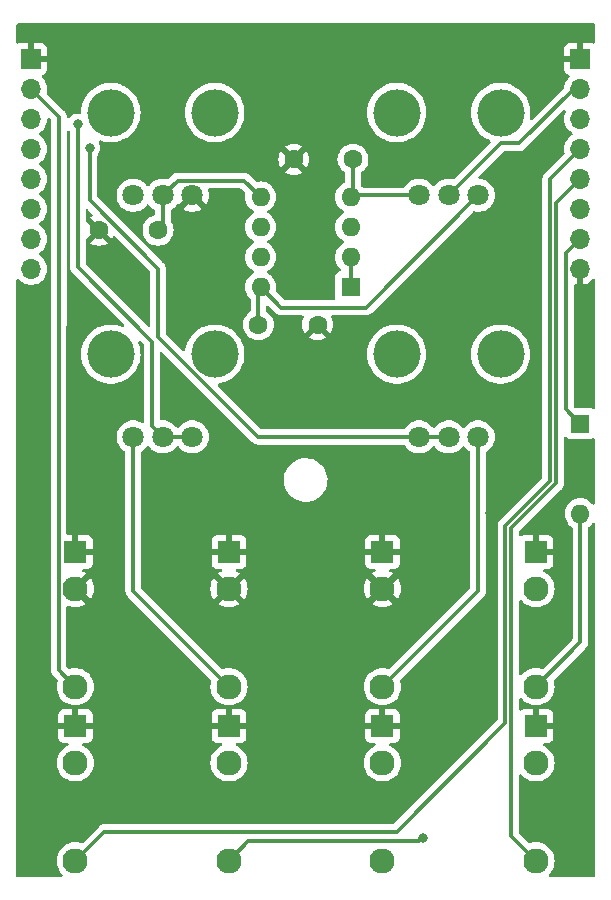
<source format=gtl>
G04 #@! TF.GenerationSoftware,KiCad,Pcbnew,7.0.7-7.0.7~ubuntu22.04.1*
G04 #@! TF.CreationDate,2023-12-10T22:01:40+01:00*
G04 #@! TF.ProjectId,CD40106_VCO,43443430-3130-4365-9f56-434f2e6b6963,rev?*
G04 #@! TF.SameCoordinates,Original*
G04 #@! TF.FileFunction,Copper,L1,Top*
G04 #@! TF.FilePolarity,Positive*
%FSLAX46Y46*%
G04 Gerber Fmt 4.6, Leading zero omitted, Abs format (unit mm)*
G04 Created by KiCad (PCBNEW 7.0.7-7.0.7~ubuntu22.04.1) date 2023-12-10 22:01:40*
%MOMM*%
%LPD*%
G01*
G04 APERTURE LIST*
G04 #@! TA.AperFunction,ComponentPad*
%ADD10R,1.930000X1.830000*%
G04 #@! TD*
G04 #@! TA.AperFunction,ComponentPad*
%ADD11C,2.130000*%
G04 #@! TD*
G04 #@! TA.AperFunction,WasherPad*
%ADD12C,4.000000*%
G04 #@! TD*
G04 #@! TA.AperFunction,ComponentPad*
%ADD13C,1.800000*%
G04 #@! TD*
G04 #@! TA.AperFunction,ComponentPad*
%ADD14C,1.600000*%
G04 #@! TD*
G04 #@! TA.AperFunction,ComponentPad*
%ADD15R,1.600000X1.600000*%
G04 #@! TD*
G04 #@! TA.AperFunction,ComponentPad*
%ADD16O,1.600000X1.600000*%
G04 #@! TD*
G04 #@! TA.AperFunction,ComponentPad*
%ADD17R,1.700000X1.700000*%
G04 #@! TD*
G04 #@! TA.AperFunction,ComponentPad*
%ADD18O,1.700000X1.700000*%
G04 #@! TD*
G04 #@! TA.AperFunction,ViaPad*
%ADD19C,0.800000*%
G04 #@! TD*
G04 #@! TA.AperFunction,ViaPad*
%ADD20C,0.600000*%
G04 #@! TD*
G04 #@! TA.AperFunction,Conductor*
%ADD21C,0.300000*%
G04 #@! TD*
G04 APERTURE END LIST*
D10*
X127500000Y-133250000D03*
D11*
X127500000Y-144650000D03*
X127500000Y-136350000D03*
D12*
X141700000Y-101750000D03*
X150500000Y-101750000D03*
D13*
X143600000Y-108750000D03*
X146100000Y-108750000D03*
X148600000Y-108750000D03*
D14*
X116500000Y-91250000D03*
X121500000Y-91250000D03*
D12*
X141700000Y-81300000D03*
X150500000Y-81300000D03*
D13*
X143600000Y-88300000D03*
X146100000Y-88300000D03*
X148600000Y-88300000D03*
D10*
X153500000Y-133250000D03*
D11*
X153500000Y-144650000D03*
X153500000Y-136350000D03*
D14*
X130000000Y-99250000D03*
X135000000Y-99250000D03*
X133000000Y-85250000D03*
X138000000Y-85250000D03*
D12*
X117500000Y-81300000D03*
X126300000Y-81300000D03*
D13*
X119400000Y-88300000D03*
X121900000Y-88300000D03*
X124400000Y-88300000D03*
D15*
X137800000Y-96050000D03*
D16*
X137800000Y-93510000D03*
X137800000Y-90970000D03*
X137800000Y-88430000D03*
X130180000Y-88430000D03*
X130180000Y-90970000D03*
X130180000Y-93510000D03*
X130180000Y-96050000D03*
D12*
X117500000Y-101750000D03*
X126300000Y-101750000D03*
D13*
X119400000Y-108750000D03*
X121900000Y-108750000D03*
X124400000Y-108750000D03*
D10*
X140500000Y-118500000D03*
D11*
X140500000Y-129900000D03*
X140500000Y-121600000D03*
D10*
X127500000Y-118500000D03*
D11*
X127500000Y-129900000D03*
X127500000Y-121600000D03*
D10*
X140500000Y-133250000D03*
D11*
X140500000Y-144650000D03*
X140500000Y-136350000D03*
D10*
X114500000Y-133250000D03*
D11*
X114500000Y-144650000D03*
X114500000Y-136350000D03*
D10*
X153500000Y-118500000D03*
D11*
X153500000Y-129900000D03*
X153500000Y-121600000D03*
D10*
X114500000Y-118500000D03*
D11*
X114500000Y-129900000D03*
X114500000Y-121600000D03*
D15*
X157250000Y-107630000D03*
D16*
X157250000Y-115250000D03*
D17*
X157250000Y-76750000D03*
D18*
X157250000Y-79290000D03*
X157250000Y-81830000D03*
X157250000Y-84370000D03*
X157250000Y-86910000D03*
X157250000Y-89450000D03*
X157250000Y-91990000D03*
X157250000Y-94530000D03*
D17*
X110750000Y-76750000D03*
D18*
X110750000Y-79290000D03*
X110750000Y-81830000D03*
X110750000Y-84370000D03*
X110750000Y-86910000D03*
X110750000Y-89450000D03*
X110750000Y-91990000D03*
X110750000Y-94530000D03*
D19*
X139400000Y-113800000D03*
D20*
X148600000Y-93600000D03*
D19*
X124800000Y-113400000D03*
X134800000Y-139800000D03*
X123800000Y-113400000D03*
X124800000Y-112500000D03*
X123800000Y-112500000D03*
X155900000Y-119200000D03*
D20*
X149700000Y-123000000D03*
D19*
X134000000Y-140200000D03*
X150200000Y-114300000D03*
X157500000Y-101100000D03*
X155900000Y-118300000D03*
X157500000Y-100000000D03*
X140300000Y-113800000D03*
D20*
X147900000Y-93600000D03*
X149700000Y-123700000D03*
D19*
X140300000Y-112900000D03*
X149600000Y-115200000D03*
X134000000Y-139300000D03*
D20*
X149700000Y-122300000D03*
D19*
X139400000Y-112900000D03*
D20*
X147900000Y-92900000D03*
X148600000Y-92900000D03*
D19*
X133200000Y-139800000D03*
X143900000Y-142700000D03*
X114700000Y-82300000D03*
X115700000Y-84300000D03*
D21*
X131930000Y-97800000D02*
X139100000Y-97800000D01*
X130000000Y-96230000D02*
X130180000Y-96050000D01*
X130180000Y-96050000D02*
X131930000Y-97800000D01*
X139100000Y-97800000D02*
X148600000Y-88300000D01*
X130000000Y-99250000D02*
X130000000Y-96230000D01*
X137930000Y-88300000D02*
X137800000Y-88430000D01*
X138000000Y-88230000D02*
X137800000Y-88430000D01*
X143600000Y-88300000D02*
X137930000Y-88300000D01*
X110750000Y-94530000D02*
X111120000Y-94900000D01*
X138000000Y-85250000D02*
X138000000Y-88230000D01*
X151400000Y-116500000D02*
X151400000Y-142550000D01*
X155200000Y-112700000D02*
X151400000Y-116500000D01*
X155200000Y-88960000D02*
X155200000Y-112700000D01*
X157250000Y-86910000D02*
X155200000Y-88960000D01*
X151400000Y-142550000D02*
X153500000Y-144650000D01*
X157250000Y-126150000D02*
X153500000Y-129900000D01*
X157250000Y-115250000D02*
X157250000Y-126150000D01*
X121900000Y-90850000D02*
X121500000Y-91250000D01*
X128800000Y-87050000D02*
X123150000Y-87050000D01*
X123150000Y-87050000D02*
X121900000Y-88300000D01*
X121900000Y-88300000D02*
X121900000Y-90850000D01*
X130180000Y-88430000D02*
X128800000Y-87050000D01*
X143600000Y-143000000D02*
X129150000Y-143000000D01*
X143900000Y-142700000D02*
X143600000Y-143000000D01*
X129150000Y-143000000D02*
X127500000Y-144650000D01*
X127500000Y-129900000D02*
X119400000Y-121800000D01*
X119400000Y-121800000D02*
X119400000Y-108750000D01*
X114700000Y-94400000D02*
X114700000Y-85200000D01*
X114700000Y-85200000D02*
X114700000Y-82300000D01*
X121000000Y-100700000D02*
X114700000Y-94400000D01*
X121900000Y-108750000D02*
X124400000Y-108750000D01*
X121900000Y-108750000D02*
X121000000Y-107850000D01*
X121000000Y-107850000D02*
X121000000Y-100700000D01*
X113085000Y-128485000D02*
X113085000Y-99215000D01*
X113100000Y-99200000D02*
X113100000Y-81640000D01*
X113085000Y-99215000D02*
X113100000Y-99200000D01*
X113100000Y-81640000D02*
X110750000Y-79290000D01*
X114500000Y-129900000D02*
X113085000Y-128485000D01*
X146100000Y-108750000D02*
X143600000Y-108750000D01*
X143600000Y-108750000D02*
X129976598Y-108750000D01*
X121500000Y-100273402D02*
X121500000Y-94500000D01*
X121500000Y-94500000D02*
X115700000Y-88700000D01*
X129976598Y-108750000D02*
X121500000Y-100273402D01*
X115700000Y-88700000D02*
X115700000Y-84300000D01*
X154700000Y-112492894D02*
X150900000Y-116292893D01*
X116950000Y-142200000D02*
X114500000Y-144650000D01*
X150900000Y-133000000D02*
X141700000Y-142200000D01*
X157250000Y-84370000D02*
X154700000Y-86920000D01*
X141700000Y-142200000D02*
X116950000Y-142200000D01*
X154700000Y-86920000D02*
X154700000Y-112492894D01*
X150900000Y-116292893D02*
X150900000Y-133000000D01*
X150500000Y-83900000D02*
X146100000Y-88300000D01*
X156710000Y-79290000D02*
X152100000Y-83900000D01*
X152100000Y-83900000D02*
X150500000Y-83900000D01*
X157250000Y-79290000D02*
X156710000Y-79290000D01*
X148600000Y-121800000D02*
X148600000Y-108750000D01*
X140500000Y-129900000D02*
X148600000Y-121800000D01*
X137800000Y-96050000D02*
X137800000Y-93510000D01*
X156050000Y-106430000D02*
X156050000Y-93190000D01*
X157250000Y-107630000D02*
X156050000Y-106430000D01*
X156050000Y-93190000D02*
X157250000Y-91990000D01*
G04 #@! TA.AperFunction,Conductor*
G36*
X158441621Y-73770502D02*
G01*
X158488114Y-73824158D01*
X158499500Y-73876500D01*
X158499500Y-75325346D01*
X158479498Y-75393467D01*
X158425842Y-75439960D01*
X158355568Y-75450064D01*
X158329468Y-75443402D01*
X158209094Y-75398505D01*
X158148597Y-75392000D01*
X157504000Y-75392000D01*
X157504000Y-76135966D01*
X157483998Y-76204087D01*
X157430342Y-76250580D01*
X157360069Y-76260683D01*
X157360068Y-76260683D01*
X157285768Y-76250000D01*
X157285763Y-76250000D01*
X157214237Y-76250000D01*
X157214231Y-76250000D01*
X157139932Y-76260683D01*
X157069658Y-76250580D01*
X157016002Y-76204087D01*
X156996000Y-76135966D01*
X156996000Y-75392000D01*
X156351402Y-75392000D01*
X156290906Y-75398505D01*
X156154035Y-75449555D01*
X156154034Y-75449555D01*
X156037095Y-75537095D01*
X155949555Y-75654034D01*
X155949555Y-75654035D01*
X155898505Y-75790906D01*
X155892000Y-75851402D01*
X155892000Y-76496000D01*
X156635156Y-76496000D01*
X156703277Y-76516002D01*
X156749770Y-76569658D01*
X156759874Y-76639932D01*
X156756053Y-76657496D01*
X156750000Y-76678111D01*
X156750000Y-76821888D01*
X156756053Y-76842504D01*
X156756052Y-76913500D01*
X156717667Y-76973226D01*
X156653086Y-77002718D01*
X156635156Y-77004000D01*
X155892000Y-77004000D01*
X155892000Y-77648597D01*
X155898505Y-77709093D01*
X155949555Y-77845964D01*
X155949555Y-77845965D01*
X156037095Y-77962904D01*
X156154034Y-78050444D01*
X156269172Y-78093388D01*
X156326008Y-78135935D01*
X156350819Y-78202455D01*
X156335728Y-78271829D01*
X156317841Y-78296782D01*
X156174280Y-78452729D01*
X156174275Y-78452734D01*
X156051141Y-78641206D01*
X155960703Y-78847386D01*
X155960702Y-78847387D01*
X155905436Y-79065628D01*
X155905435Y-79065631D01*
X155900424Y-79126100D01*
X155874864Y-79192336D01*
X155863950Y-79204788D01*
X153174796Y-81893942D01*
X153112484Y-81927968D01*
X153041669Y-81922903D01*
X152984833Y-81880356D01*
X152960022Y-81813836D01*
X152961933Y-81781237D01*
X152993641Y-81615020D01*
X152994676Y-81598568D01*
X153013460Y-81300006D01*
X153013460Y-81299993D01*
X152993642Y-80984992D01*
X152993640Y-80984975D01*
X152963522Y-80827094D01*
X152934495Y-80674928D01*
X152894386Y-80551485D01*
X152836960Y-80374745D01*
X152836955Y-80374732D01*
X152702562Y-80089131D01*
X152702556Y-80089121D01*
X152533437Y-79822631D01*
X152332236Y-79579421D01*
X152102139Y-79363345D01*
X151846781Y-79177817D01*
X151642716Y-79065631D01*
X151570179Y-79025753D01*
X151276702Y-78909557D01*
X150970975Y-78831060D01*
X150970970Y-78831059D01*
X150970965Y-78831058D01*
X150970967Y-78831058D01*
X150657835Y-78791501D01*
X150657824Y-78791500D01*
X150657821Y-78791500D01*
X150342179Y-78791500D01*
X150342176Y-78791500D01*
X150342164Y-78791501D01*
X150029033Y-78831058D01*
X149723301Y-78909556D01*
X149429821Y-79025753D01*
X149153218Y-79177817D01*
X148897861Y-79363345D01*
X148897860Y-79363345D01*
X148667763Y-79579421D01*
X148466562Y-79822631D01*
X148297443Y-80089121D01*
X148297436Y-80089135D01*
X148163044Y-80374732D01*
X148163039Y-80374745D01*
X148065507Y-80674919D01*
X148065504Y-80674932D01*
X148006359Y-80984975D01*
X148006357Y-80984992D01*
X147986540Y-81299993D01*
X147986540Y-81300006D01*
X148006357Y-81615007D01*
X148006359Y-81615024D01*
X148065504Y-81925067D01*
X148065507Y-81925080D01*
X148163039Y-82225254D01*
X148163044Y-82225267D01*
X148185325Y-82272616D01*
X148297438Y-82510869D01*
X148297440Y-82510872D01*
X148297443Y-82510878D01*
X148466562Y-82777368D01*
X148667763Y-83020578D01*
X148667766Y-83020580D01*
X148667767Y-83020582D01*
X148761407Y-83108516D01*
X148897860Y-83236654D01*
X149140259Y-83412767D01*
X149153221Y-83422184D01*
X149429821Y-83574247D01*
X149584353Y-83635430D01*
X149640324Y-83679103D01*
X149663801Y-83746106D01*
X149647325Y-83815165D01*
X149627062Y-83841676D01*
X146570880Y-86897858D01*
X146508568Y-86931884D01*
X146450863Y-86930910D01*
X146446958Y-86929921D01*
X146400638Y-86922191D01*
X146216712Y-86891500D01*
X145983288Y-86891500D01*
X145872423Y-86910000D01*
X145753051Y-86929919D01*
X145753044Y-86929921D01*
X145532276Y-87005711D01*
X145532273Y-87005713D01*
X145333329Y-87113376D01*
X145326985Y-87116809D01*
X145326983Y-87116810D01*
X145142778Y-87260182D01*
X145142774Y-87260186D01*
X144984685Y-87431916D01*
X144955483Y-87476615D01*
X144901480Y-87522704D01*
X144831132Y-87532279D01*
X144766774Y-87502302D01*
X144744517Y-87476615D01*
X144715314Y-87431916D01*
X144557225Y-87260186D01*
X144557221Y-87260182D01*
X144450129Y-87176829D01*
X144373017Y-87116810D01*
X144167727Y-87005713D01*
X144167724Y-87005712D01*
X144167723Y-87005711D01*
X143946955Y-86929921D01*
X143946948Y-86929919D01*
X143848411Y-86913476D01*
X143716712Y-86891500D01*
X143483288Y-86891500D01*
X143372423Y-86910000D01*
X143253051Y-86929919D01*
X143253044Y-86929921D01*
X143032276Y-87005711D01*
X143032273Y-87005713D01*
X142833329Y-87113376D01*
X142826985Y-87116809D01*
X142826983Y-87116810D01*
X142642778Y-87260182D01*
X142642774Y-87260186D01*
X142484685Y-87431916D01*
X142385054Y-87584415D01*
X142331051Y-87630504D01*
X142279571Y-87641500D01*
X138910861Y-87641500D01*
X138842740Y-87621498D01*
X138809812Y-87589850D01*
X138809735Y-87589915D01*
X138809131Y-87589195D01*
X138807646Y-87587768D01*
X138806198Y-87585700D01*
X138695404Y-87474905D01*
X138661379Y-87412593D01*
X138658500Y-87385810D01*
X138658500Y-86451887D01*
X138678502Y-86383766D01*
X138712227Y-86348676D01*
X138844300Y-86256198D01*
X139006198Y-86094300D01*
X139137523Y-85906749D01*
X139234284Y-85699243D01*
X139293543Y-85478087D01*
X139313498Y-85250000D01*
X139293543Y-85021913D01*
X139234284Y-84800757D01*
X139137523Y-84593251D01*
X139006198Y-84405700D01*
X138844300Y-84243802D01*
X138728757Y-84162898D01*
X138656749Y-84112477D01*
X138449246Y-84015717D01*
X138449240Y-84015715D01*
X138355771Y-83990670D01*
X138228087Y-83956457D01*
X138000000Y-83936502D01*
X137999999Y-83936502D01*
X137771913Y-83956457D01*
X137550759Y-84015715D01*
X137550753Y-84015717D01*
X137343250Y-84112477D01*
X137155703Y-84243799D01*
X137155697Y-84243804D01*
X136993804Y-84405697D01*
X136993799Y-84405703D01*
X136862477Y-84593250D01*
X136765717Y-84800753D01*
X136765715Y-84800759D01*
X136733132Y-84922361D01*
X136706457Y-85021913D01*
X136686502Y-85250000D01*
X136706457Y-85478087D01*
X136715327Y-85511189D01*
X136765715Y-85699240D01*
X136765717Y-85699246D01*
X136798154Y-85768807D01*
X136862477Y-85906749D01*
X136993802Y-86094300D01*
X137155700Y-86256198D01*
X137287771Y-86348675D01*
X137332099Y-86404130D01*
X137341500Y-86451887D01*
X137341500Y-87119760D01*
X137321498Y-87187881D01*
X137268751Y-87233954D01*
X137143257Y-87292473D01*
X137143250Y-87292477D01*
X136955708Y-87423795D01*
X136955697Y-87423804D01*
X136793804Y-87585697D01*
X136793799Y-87585703D01*
X136662477Y-87773250D01*
X136565717Y-87980753D01*
X136565715Y-87980759D01*
X136506457Y-88201913D01*
X136497876Y-88300000D01*
X136486502Y-88430000D01*
X136504070Y-88630797D01*
X136506457Y-88658086D01*
X136565715Y-88879240D01*
X136565717Y-88879246D01*
X136662477Y-89086749D01*
X136759718Y-89225624D01*
X136793802Y-89274300D01*
X136955700Y-89436198D01*
X137143251Y-89567523D01*
X137178359Y-89583894D01*
X137182457Y-89585805D01*
X137235742Y-89632722D01*
X137255203Y-89700999D01*
X137234661Y-89768959D01*
X137182457Y-89814195D01*
X137143250Y-89832477D01*
X136955703Y-89963799D01*
X136955697Y-89963804D01*
X136793804Y-90125697D01*
X136793799Y-90125703D01*
X136662477Y-90313250D01*
X136565717Y-90520753D01*
X136565715Y-90520759D01*
X136506457Y-90741913D01*
X136486502Y-90970000D01*
X136506457Y-91198086D01*
X136565715Y-91419240D01*
X136565717Y-91419246D01*
X136662477Y-91626749D01*
X136759718Y-91765624D01*
X136793802Y-91814300D01*
X136955700Y-91976198D01*
X136955703Y-91976200D01*
X137143249Y-92107522D01*
X137143250Y-92107522D01*
X137143251Y-92107523D01*
X137182457Y-92125805D01*
X137235741Y-92172719D01*
X137255203Y-92240996D01*
X137234663Y-92308956D01*
X137182459Y-92354193D01*
X137143251Y-92372476D01*
X136955703Y-92503799D01*
X136955697Y-92503804D01*
X136793804Y-92665697D01*
X136793799Y-92665703D01*
X136662477Y-92853250D01*
X136565717Y-93060753D01*
X136565715Y-93060759D01*
X136532459Y-93184872D01*
X136506457Y-93281913D01*
X136486502Y-93510000D01*
X136490754Y-93558594D01*
X136506457Y-93738086D01*
X136565715Y-93959240D01*
X136565717Y-93959246D01*
X136662477Y-94166749D01*
X136793799Y-94354296D01*
X136793804Y-94354302D01*
X136955697Y-94516195D01*
X136955706Y-94516203D01*
X136959001Y-94518510D01*
X137003329Y-94573968D01*
X137010637Y-94644587D01*
X136978605Y-94707947D01*
X136917403Y-94743931D01*
X136900197Y-94747000D01*
X136890803Y-94748009D01*
X136890795Y-94748011D01*
X136753797Y-94799110D01*
X136753792Y-94799112D01*
X136636738Y-94886738D01*
X136549112Y-95003792D01*
X136549110Y-95003797D01*
X136498011Y-95140795D01*
X136498009Y-95140803D01*
X136491500Y-95201350D01*
X136491500Y-96898649D01*
X136498009Y-96959196D01*
X136498010Y-96959197D01*
X136498010Y-96959199D01*
X136498011Y-96959201D01*
X136502586Y-96971467D01*
X136507652Y-97042280D01*
X136473629Y-97104593D01*
X136411317Y-97138620D01*
X136384531Y-97141500D01*
X132254950Y-97141500D01*
X132186829Y-97121498D01*
X132165855Y-97104595D01*
X131496622Y-96435362D01*
X131462596Y-96373050D01*
X131464011Y-96313655D01*
X131473543Y-96278087D01*
X131493498Y-96050000D01*
X131473543Y-95821913D01*
X131414284Y-95600757D01*
X131317523Y-95393251D01*
X131186198Y-95205700D01*
X131024300Y-95043802D01*
X131004589Y-95030000D01*
X130836747Y-94912475D01*
X130797541Y-94894193D01*
X130744256Y-94847276D01*
X130724796Y-94778998D01*
X130745338Y-94711039D01*
X130797542Y-94665805D01*
X130836749Y-94647523D01*
X131024300Y-94516198D01*
X131186198Y-94354300D01*
X131317523Y-94166749D01*
X131414284Y-93959243D01*
X131473543Y-93738087D01*
X131493498Y-93510000D01*
X131473543Y-93281913D01*
X131414284Y-93060757D01*
X131317523Y-92853251D01*
X131186198Y-92665700D01*
X131024300Y-92503802D01*
X131024296Y-92503799D01*
X130836747Y-92372475D01*
X130797541Y-92354193D01*
X130744256Y-92307276D01*
X130724796Y-92238998D01*
X130745338Y-92171039D01*
X130797542Y-92125805D01*
X130836749Y-92107523D01*
X131024300Y-91976198D01*
X131186198Y-91814300D01*
X131317523Y-91626749D01*
X131414284Y-91419243D01*
X131473543Y-91198087D01*
X131493498Y-90970000D01*
X131473543Y-90741913D01*
X131414284Y-90520757D01*
X131317523Y-90313251D01*
X131186198Y-90125700D01*
X131024300Y-89963802D01*
X130836749Y-89832477D01*
X130797543Y-89814195D01*
X130744258Y-89767279D01*
X130724796Y-89699002D01*
X130745337Y-89631042D01*
X130797543Y-89585805D01*
X130799997Y-89584660D01*
X130836749Y-89567523D01*
X131024300Y-89436198D01*
X131186198Y-89274300D01*
X131317523Y-89086749D01*
X131414284Y-88879243D01*
X131473543Y-88658087D01*
X131493498Y-88430000D01*
X131473543Y-88201913D01*
X131414284Y-87980757D01*
X131317523Y-87773251D01*
X131186198Y-87585700D01*
X131024300Y-87423802D01*
X130922630Y-87352612D01*
X130836749Y-87292477D01*
X130629246Y-87195717D01*
X130629240Y-87195715D01*
X130513923Y-87164816D01*
X130408087Y-87136457D01*
X130180000Y-87116502D01*
X129951911Y-87136457D01*
X129951907Y-87136458D01*
X129916339Y-87145988D01*
X129845363Y-87144297D01*
X129794636Y-87113376D01*
X129326875Y-86645615D01*
X129316664Y-86632869D01*
X129316471Y-86633030D01*
X129311417Y-86626921D01*
X129291732Y-86608436D01*
X129258314Y-86577054D01*
X129247417Y-86566157D01*
X129236343Y-86555082D01*
X129236325Y-86555066D01*
X129230482Y-86550534D01*
X129225967Y-86546678D01*
X129219619Y-86540717D01*
X129190133Y-86513028D01*
X129190130Y-86513026D01*
X129190125Y-86513023D01*
X129171338Y-86502694D01*
X129154818Y-86491843D01*
X129137867Y-86478695D01*
X129092739Y-86459166D01*
X129087421Y-86456561D01*
X129058851Y-86440855D01*
X129044338Y-86432876D01*
X129044335Y-86432875D01*
X129023568Y-86427543D01*
X129004865Y-86421140D01*
X128994703Y-86416743D01*
X128985176Y-86412620D01*
X128985174Y-86412619D01*
X128985175Y-86412619D01*
X128936619Y-86404929D01*
X128930804Y-86403725D01*
X128883188Y-86391500D01*
X128861741Y-86391500D01*
X128842032Y-86389949D01*
X128820848Y-86386594D01*
X128820847Y-86386594D01*
X128771906Y-86391220D01*
X128765973Y-86391500D01*
X123236611Y-86391500D01*
X123220379Y-86389708D01*
X123220356Y-86389958D01*
X123212463Y-86389211D01*
X123141877Y-86391430D01*
X123139658Y-86391500D01*
X123108568Y-86391500D01*
X123101222Y-86392427D01*
X123095309Y-86392893D01*
X123046172Y-86394437D01*
X123046170Y-86394437D01*
X123046169Y-86394438D01*
X123025571Y-86400421D01*
X123006221Y-86404428D01*
X122984940Y-86407116D01*
X122984935Y-86407118D01*
X122939214Y-86425219D01*
X122933599Y-86427141D01*
X122886406Y-86440852D01*
X122886399Y-86440855D01*
X122867937Y-86451773D01*
X122850191Y-86460466D01*
X122830248Y-86468362D01*
X122830245Y-86468364D01*
X122790470Y-86497262D01*
X122785508Y-86500521D01*
X122743194Y-86525546D01*
X122728022Y-86540717D01*
X122712996Y-86553550D01*
X122695644Y-86566157D01*
X122695643Y-86566158D01*
X122664299Y-86604045D01*
X122660303Y-86608436D01*
X122370880Y-86897858D01*
X122308568Y-86931884D01*
X122250863Y-86930910D01*
X122246958Y-86929921D01*
X122200638Y-86922191D01*
X122016712Y-86891500D01*
X121783288Y-86891500D01*
X121672423Y-86910000D01*
X121553051Y-86929919D01*
X121553044Y-86929921D01*
X121332276Y-87005711D01*
X121332273Y-87005713D01*
X121133329Y-87113376D01*
X121126985Y-87116809D01*
X121126983Y-87116810D01*
X120942778Y-87260182D01*
X120942774Y-87260186D01*
X120784685Y-87431916D01*
X120755483Y-87476615D01*
X120701480Y-87522704D01*
X120631132Y-87532279D01*
X120566774Y-87502302D01*
X120544517Y-87476615D01*
X120515314Y-87431916D01*
X120357225Y-87260186D01*
X120357221Y-87260182D01*
X120250129Y-87176829D01*
X120173017Y-87116810D01*
X119967727Y-87005713D01*
X119967724Y-87005712D01*
X119967723Y-87005711D01*
X119746955Y-86929921D01*
X119746948Y-86929919D01*
X119648411Y-86913476D01*
X119516712Y-86891500D01*
X119283288Y-86891500D01*
X119172423Y-86910000D01*
X119053051Y-86929919D01*
X119053044Y-86929921D01*
X118832276Y-87005711D01*
X118832273Y-87005713D01*
X118633329Y-87113376D01*
X118626985Y-87116809D01*
X118626983Y-87116810D01*
X118442778Y-87260182D01*
X118442774Y-87260186D01*
X118284685Y-87431916D01*
X118157015Y-87627331D01*
X118063252Y-87841089D01*
X118063249Y-87841096D01*
X118005950Y-88067366D01*
X118005949Y-88067372D01*
X118005949Y-88067374D01*
X117986673Y-88300000D01*
X118005581Y-88528188D01*
X118005950Y-88532633D01*
X118063249Y-88758903D01*
X118063252Y-88758910D01*
X118157015Y-88972668D01*
X118284685Y-89168083D01*
X118442774Y-89339813D01*
X118442778Y-89339817D01*
X118508650Y-89391087D01*
X118626983Y-89483190D01*
X118832273Y-89594287D01*
X119053049Y-89670080D01*
X119283288Y-89708500D01*
X119283292Y-89708500D01*
X119516708Y-89708500D01*
X119516712Y-89708500D01*
X119746951Y-89670080D01*
X119967727Y-89594287D01*
X120173017Y-89483190D01*
X120357220Y-89339818D01*
X120515314Y-89168083D01*
X120544517Y-89123384D01*
X120598518Y-89077297D01*
X120668865Y-89067720D01*
X120733223Y-89097697D01*
X120755481Y-89123383D01*
X120784686Y-89168084D01*
X120942774Y-89339813D01*
X120942778Y-89339816D01*
X120942780Y-89339818D01*
X121126983Y-89483190D01*
X121175471Y-89509430D01*
X121225859Y-89559441D01*
X121241500Y-89620243D01*
X121241499Y-89867923D01*
X121221497Y-89936043D01*
X121167841Y-89982536D01*
X121148112Y-89989628D01*
X121050764Y-90015713D01*
X121050753Y-90015717D01*
X120843250Y-90112477D01*
X120655703Y-90243799D01*
X120655697Y-90243804D01*
X120493804Y-90405697D01*
X120493799Y-90405703D01*
X120362477Y-90593250D01*
X120265717Y-90800753D01*
X120265715Y-90800759D01*
X120233132Y-90922361D01*
X120206457Y-91021913D01*
X120186502Y-91250000D01*
X120206457Y-91478087D01*
X120209126Y-91488048D01*
X120265715Y-91699240D01*
X120265717Y-91699246D01*
X120330872Y-91838972D01*
X120362477Y-91906749D01*
X120493802Y-92094300D01*
X120655700Y-92256198D01*
X120843251Y-92387523D01*
X121050757Y-92484284D01*
X121271913Y-92543543D01*
X121500000Y-92563498D01*
X121728087Y-92543543D01*
X121949243Y-92484284D01*
X122156749Y-92387523D01*
X122344300Y-92256198D01*
X122506198Y-92094300D01*
X122637523Y-91906749D01*
X122734284Y-91699243D01*
X122793543Y-91478087D01*
X122813498Y-91250000D01*
X122793543Y-91021913D01*
X122734284Y-90800757D01*
X122637523Y-90593251D01*
X122581285Y-90512936D01*
X122558598Y-90445663D01*
X122558499Y-90440666D01*
X122558499Y-90015713D01*
X122558499Y-89620238D01*
X122578501Y-89552121D01*
X122624525Y-89509432D01*
X122673017Y-89483190D01*
X122857220Y-89339818D01*
X123015314Y-89168083D01*
X123044814Y-89122928D01*
X123098816Y-89076841D01*
X123169164Y-89067265D01*
X123233521Y-89097241D01*
X123235421Y-89099434D01*
X123240795Y-89099991D01*
X123787080Y-88553706D01*
X123849393Y-88519681D01*
X123920208Y-88524745D01*
X123977044Y-88567292D01*
X123982174Y-88574680D01*
X124006628Y-88612732D01*
X124018239Y-88630798D01*
X124126900Y-88724952D01*
X124126901Y-88724952D01*
X124133711Y-88730853D01*
X124131686Y-88733189D01*
X124168084Y-88775187D01*
X124178195Y-88845460D01*
X124148709Y-88910043D01*
X124142572Y-88916636D01*
X123598680Y-89460528D01*
X123598681Y-89460529D01*
X123627249Y-89482765D01*
X123627258Y-89482771D01*
X123832474Y-89593827D01*
X123832477Y-89593829D01*
X124053167Y-89669592D01*
X124053176Y-89669594D01*
X124283334Y-89708000D01*
X124516666Y-89708000D01*
X124746823Y-89669594D01*
X124746832Y-89669592D01*
X124967522Y-89593829D01*
X124967525Y-89593827D01*
X125172738Y-89482772D01*
X125201317Y-89460527D01*
X124657427Y-88916637D01*
X124623401Y-88854325D01*
X124628466Y-88783510D01*
X124667145Y-88731840D01*
X124666289Y-88730853D01*
X124670830Y-88726917D01*
X124671013Y-88726674D01*
X124671510Y-88726328D01*
X124673095Y-88724953D01*
X124673100Y-88724952D01*
X124781761Y-88630798D01*
X124817826Y-88574679D01*
X124871477Y-88528188D01*
X124941751Y-88518083D01*
X125006332Y-88547575D01*
X125012917Y-88553706D01*
X125559202Y-89099991D01*
X125642544Y-88972427D01*
X125736273Y-88758747D01*
X125736275Y-88758743D01*
X125793555Y-88532549D01*
X125812825Y-88299999D01*
X125793555Y-88067450D01*
X125742397Y-87865432D01*
X125745064Y-87794485D01*
X125785664Y-87736243D01*
X125851307Y-87709197D01*
X125864541Y-87708500D01*
X128475050Y-87708500D01*
X128543171Y-87728502D01*
X128564145Y-87745405D01*
X128863376Y-88044636D01*
X128897402Y-88106948D01*
X128895988Y-88166339D01*
X128886458Y-88201907D01*
X128886457Y-88201911D01*
X128877105Y-88308807D01*
X128866502Y-88430000D01*
X128884070Y-88630797D01*
X128886457Y-88658086D01*
X128945715Y-88879240D01*
X128945717Y-88879246D01*
X129042477Y-89086749D01*
X129139718Y-89225624D01*
X129173802Y-89274300D01*
X129335700Y-89436198D01*
X129523251Y-89567523D01*
X129558359Y-89583894D01*
X129562457Y-89585805D01*
X129615742Y-89632722D01*
X129635203Y-89700999D01*
X129614661Y-89768959D01*
X129562457Y-89814195D01*
X129523250Y-89832477D01*
X129335703Y-89963799D01*
X129335697Y-89963804D01*
X129173804Y-90125697D01*
X129173799Y-90125703D01*
X129042477Y-90313250D01*
X128945717Y-90520753D01*
X128945715Y-90520759D01*
X128886457Y-90741913D01*
X128866502Y-90970000D01*
X128886457Y-91198086D01*
X128945715Y-91419240D01*
X128945717Y-91419246D01*
X129042477Y-91626749D01*
X129139718Y-91765624D01*
X129173802Y-91814300D01*
X129335700Y-91976198D01*
X129523251Y-92107523D01*
X129558359Y-92123894D01*
X129562457Y-92125805D01*
X129615742Y-92172722D01*
X129635203Y-92240999D01*
X129614661Y-92308959D01*
X129562457Y-92354195D01*
X129523250Y-92372477D01*
X129335703Y-92503799D01*
X129335697Y-92503804D01*
X129173804Y-92665697D01*
X129173799Y-92665703D01*
X129042477Y-92853250D01*
X128945717Y-93060753D01*
X128945715Y-93060759D01*
X128912459Y-93184872D01*
X128886457Y-93281913D01*
X128866502Y-93510000D01*
X128870754Y-93558594D01*
X128886457Y-93738086D01*
X128945715Y-93959240D01*
X128945717Y-93959246D01*
X129042477Y-94166749D01*
X129156537Y-94329644D01*
X129173802Y-94354300D01*
X129335700Y-94516198D01*
X129523251Y-94647523D01*
X129553255Y-94661514D01*
X129562457Y-94665805D01*
X129615742Y-94712722D01*
X129635203Y-94780999D01*
X129614661Y-94848959D01*
X129562457Y-94894195D01*
X129523250Y-94912477D01*
X129335703Y-95043799D01*
X129335697Y-95043804D01*
X129173804Y-95205697D01*
X129173799Y-95205703D01*
X129042477Y-95393250D01*
X128945717Y-95600753D01*
X128945715Y-95600759D01*
X128898255Y-95777882D01*
X128886457Y-95821913D01*
X128866502Y-96050000D01*
X128886457Y-96278087D01*
X128914816Y-96383923D01*
X128945715Y-96499240D01*
X128945717Y-96499246D01*
X129007415Y-96631558D01*
X129042477Y-96706749D01*
X129173802Y-96894300D01*
X129250967Y-96971465D01*
X129304594Y-97025092D01*
X129338619Y-97087404D01*
X129341498Y-97114187D01*
X129341499Y-98048111D01*
X129321497Y-98116232D01*
X129287770Y-98151324D01*
X129155700Y-98243801D01*
X128993799Y-98405703D01*
X128862477Y-98593250D01*
X128765717Y-98800753D01*
X128765715Y-98800759D01*
X128709125Y-99011955D01*
X128706457Y-99021913D01*
X128686502Y-99250000D01*
X128706457Y-99478087D01*
X128709126Y-99488048D01*
X128765715Y-99699240D01*
X128765717Y-99699246D01*
X128862477Y-99906749D01*
X128910431Y-99975235D01*
X128993802Y-100094300D01*
X129155700Y-100256198D01*
X129343251Y-100387523D01*
X129550757Y-100484284D01*
X129771913Y-100543543D01*
X130000000Y-100563498D01*
X130228087Y-100543543D01*
X130449243Y-100484284D01*
X130656749Y-100387523D01*
X130844300Y-100256198D01*
X131006198Y-100094300D01*
X131137523Y-99906749D01*
X131234284Y-99699243D01*
X131293543Y-99478087D01*
X131313498Y-99250000D01*
X131293543Y-99021913D01*
X131234284Y-98800757D01*
X131137523Y-98593251D01*
X131006198Y-98405700D01*
X130844300Y-98243802D01*
X130814706Y-98223080D01*
X130712228Y-98151324D01*
X130667900Y-98095867D01*
X130658499Y-98048111D01*
X130658499Y-97763947D01*
X130678501Y-97695828D01*
X130732157Y-97649335D01*
X130802431Y-97639231D01*
X130867011Y-97668725D01*
X130873594Y-97674854D01*
X131403125Y-98204385D01*
X131413338Y-98217131D01*
X131413531Y-98216972D01*
X131418583Y-98223079D01*
X131418584Y-98223080D01*
X131471685Y-98272945D01*
X131493667Y-98294927D01*
X131493675Y-98294933D01*
X131499517Y-98299465D01*
X131504033Y-98303322D01*
X131539867Y-98336972D01*
X131558669Y-98347308D01*
X131575175Y-98358151D01*
X131592132Y-98371304D01*
X131637254Y-98390829D01*
X131642580Y-98393439D01*
X131685659Y-98417123D01*
X131685663Y-98417124D01*
X131706432Y-98422456D01*
X131725134Y-98428859D01*
X131744824Y-98437380D01*
X131793395Y-98445072D01*
X131799189Y-98446271D01*
X131846812Y-98458500D01*
X131868259Y-98458500D01*
X131887967Y-98460050D01*
X131909152Y-98463406D01*
X131946880Y-98459839D01*
X131958094Y-98458780D01*
X131964027Y-98458500D01*
X133728084Y-98458500D01*
X133796205Y-98478502D01*
X133842698Y-98532158D01*
X133852802Y-98602432D01*
X133842279Y-98637750D01*
X133766188Y-98800926D01*
X133766186Y-98800931D01*
X133706951Y-99021997D01*
X133687004Y-99249999D01*
X133706951Y-99478002D01*
X133766186Y-99699068D01*
X133766188Y-99699073D01*
X133862913Y-99906501D01*
X133912899Y-99977888D01*
X134458722Y-99432065D01*
X134521035Y-99398040D01*
X134591850Y-99403104D01*
X134648686Y-99445651D01*
X134660084Y-99463955D01*
X134672359Y-99488045D01*
X134672361Y-99488048D01*
X134761951Y-99577638D01*
X134761953Y-99577639D01*
X134761955Y-99577641D01*
X134786042Y-99589913D01*
X134837656Y-99638661D01*
X134854722Y-99707576D01*
X134831821Y-99774778D01*
X134817933Y-99791275D01*
X134272110Y-100337097D01*
X134272110Y-100337100D01*
X134343498Y-100387086D01*
X134550926Y-100483811D01*
X134550931Y-100483813D01*
X134771999Y-100543048D01*
X134771995Y-100543048D01*
X135000000Y-100562995D01*
X135228002Y-100543048D01*
X135449068Y-100483813D01*
X135449073Y-100483811D01*
X135656497Y-100387088D01*
X135727888Y-100337099D01*
X135727888Y-100337098D01*
X135182065Y-99791276D01*
X135148040Y-99728963D01*
X135153104Y-99658148D01*
X135195651Y-99601312D01*
X135213951Y-99589917D01*
X135238045Y-99577641D01*
X135327641Y-99488045D01*
X135339914Y-99463957D01*
X135388658Y-99412344D01*
X135457573Y-99395275D01*
X135524775Y-99418175D01*
X135541276Y-99432065D01*
X136087098Y-99977888D01*
X136087099Y-99977888D01*
X136137088Y-99906497D01*
X136233811Y-99699073D01*
X136233813Y-99699068D01*
X136293048Y-99478002D01*
X136312995Y-99249999D01*
X136293048Y-99021997D01*
X136233813Y-98800931D01*
X136233811Y-98800926D01*
X136157721Y-98637750D01*
X136147060Y-98567559D01*
X136176040Y-98502746D01*
X136235459Y-98463889D01*
X136271916Y-98458500D01*
X139013389Y-98458500D01*
X139029620Y-98460291D01*
X139029644Y-98460042D01*
X139037536Y-98460788D01*
X139037536Y-98460787D01*
X139037537Y-98460788D01*
X139110342Y-98458500D01*
X139141432Y-98458500D01*
X139148779Y-98457571D01*
X139154682Y-98457106D01*
X139203831Y-98455562D01*
X139224421Y-98449579D01*
X139243776Y-98445571D01*
X139265064Y-98442882D01*
X139310796Y-98424775D01*
X139316380Y-98422863D01*
X139363600Y-98409145D01*
X139382050Y-98398232D01*
X139399813Y-98389530D01*
X139419756Y-98381635D01*
X139459537Y-98352730D01*
X139464487Y-98349480D01*
X139485637Y-98336972D01*
X139506807Y-98324453D01*
X139521977Y-98309281D01*
X139537005Y-98296447D01*
X139554357Y-98283841D01*
X139585702Y-98245950D01*
X139589670Y-98241588D01*
X148129120Y-89702138D01*
X148191430Y-89668114D01*
X148249154Y-89669093D01*
X148253037Y-89670076D01*
X148253049Y-89670080D01*
X148483288Y-89708500D01*
X148483292Y-89708500D01*
X148716708Y-89708500D01*
X148716712Y-89708500D01*
X148946951Y-89670080D01*
X149167727Y-89594287D01*
X149373017Y-89483190D01*
X149557220Y-89339818D01*
X149715314Y-89168083D01*
X149842984Y-88972669D01*
X149936749Y-88758907D01*
X149994051Y-88532626D01*
X150013327Y-88300000D01*
X149994051Y-88067374D01*
X149954935Y-87912908D01*
X149936750Y-87841096D01*
X149936747Y-87841089D01*
X149906990Y-87773251D01*
X149842984Y-87627331D01*
X149744517Y-87476615D01*
X149715314Y-87431916D01*
X149557225Y-87260186D01*
X149557221Y-87260182D01*
X149450129Y-87176829D01*
X149373017Y-87116810D01*
X149167727Y-87005713D01*
X149167724Y-87005712D01*
X149167723Y-87005711D01*
X148946955Y-86929921D01*
X148946948Y-86929919D01*
X148850128Y-86913763D01*
X148720804Y-86892182D01*
X148656908Y-86861242D01*
X148619880Y-86800666D01*
X148621481Y-86729687D01*
X148652449Y-86678809D01*
X150735854Y-84595405D01*
X150798167Y-84561379D01*
X150824950Y-84558500D01*
X152013389Y-84558500D01*
X152029620Y-84560291D01*
X152029644Y-84560042D01*
X152037536Y-84560788D01*
X152037536Y-84560787D01*
X152037537Y-84560788D01*
X152110342Y-84558500D01*
X152141432Y-84558500D01*
X152148779Y-84557571D01*
X152154682Y-84557106D01*
X152203831Y-84555562D01*
X152224421Y-84549579D01*
X152243776Y-84545571D01*
X152265064Y-84542882D01*
X152310796Y-84524775D01*
X152316380Y-84522863D01*
X152363600Y-84509145D01*
X152382050Y-84498232D01*
X152399813Y-84489530D01*
X152419756Y-84481635D01*
X152459537Y-84452730D01*
X152464487Y-84449480D01*
X152474175Y-84443750D01*
X152506807Y-84424453D01*
X152521977Y-84409281D01*
X152537005Y-84396447D01*
X152554357Y-84383841D01*
X152585702Y-84345950D01*
X152589670Y-84341588D01*
X155812981Y-81118277D01*
X155875291Y-81084253D01*
X155946106Y-81089318D01*
X156002942Y-81131865D01*
X156027753Y-81198385D01*
X156017462Y-81257987D01*
X155960703Y-81387385D01*
X155960702Y-81387387D01*
X155905437Y-81605624D01*
X155905436Y-81605630D01*
X155905436Y-81605632D01*
X155886844Y-81830000D01*
X155898026Y-81964949D01*
X155905437Y-82054375D01*
X155960702Y-82272612D01*
X155960703Y-82272613D01*
X156051141Y-82478793D01*
X156174275Y-82667265D01*
X156174279Y-82667270D01*
X156326762Y-82832908D01*
X156356458Y-82856021D01*
X156504424Y-82971189D01*
X156537680Y-82989186D01*
X156588071Y-83039200D01*
X156603423Y-83108516D01*
X156578862Y-83175129D01*
X156537680Y-83210813D01*
X156504426Y-83228810D01*
X156504424Y-83228811D01*
X156326762Y-83367091D01*
X156174279Y-83532729D01*
X156174275Y-83532734D01*
X156051141Y-83721206D01*
X155960703Y-83927386D01*
X155960702Y-83927387D01*
X155905437Y-84145624D01*
X155905436Y-84145630D01*
X155905436Y-84145632D01*
X155886844Y-84370000D01*
X155890100Y-84409295D01*
X155905436Y-84594369D01*
X155926038Y-84675724D01*
X155923370Y-84746671D01*
X155892988Y-84795750D01*
X154295611Y-86393127D01*
X154282865Y-86403340D01*
X154283025Y-86403533D01*
X154276921Y-86408582D01*
X154227054Y-86461685D01*
X154205071Y-86483668D01*
X154200527Y-86489525D01*
X154196678Y-86494031D01*
X154163029Y-86529865D01*
X154163027Y-86529867D01*
X154152691Y-86548667D01*
X154141843Y-86565180D01*
X154128699Y-86582126D01*
X154128694Y-86582135D01*
X154109172Y-86627247D01*
X154106560Y-86632577D01*
X154082877Y-86675660D01*
X154082873Y-86675670D01*
X154077541Y-86696436D01*
X154071139Y-86715136D01*
X154062620Y-86734820D01*
X154062619Y-86734824D01*
X154054928Y-86783384D01*
X154053724Y-86789197D01*
X154041500Y-86836810D01*
X154041500Y-86858258D01*
X154039949Y-86877967D01*
X154036594Y-86899150D01*
X154036594Y-86899152D01*
X154041220Y-86948094D01*
X154041500Y-86954027D01*
X154041500Y-112167942D01*
X154021498Y-112236063D01*
X154004595Y-112257037D01*
X150495611Y-115766020D01*
X150482865Y-115776233D01*
X150483025Y-115776426D01*
X150476921Y-115781475D01*
X150427054Y-115834578D01*
X150405071Y-115856561D01*
X150400527Y-115862418D01*
X150396678Y-115866924D01*
X150363029Y-115902758D01*
X150363027Y-115902760D01*
X150352691Y-115921560D01*
X150341843Y-115938073D01*
X150328699Y-115955019D01*
X150328695Y-115955025D01*
X150309164Y-116000154D01*
X150306554Y-116005482D01*
X150282876Y-116048555D01*
X150277541Y-116069331D01*
X150271140Y-116088026D01*
X150262620Y-116107715D01*
X150254928Y-116156275D01*
X150253725Y-116162086D01*
X150241500Y-116209706D01*
X150241500Y-116231151D01*
X150239949Y-116250860D01*
X150236594Y-116272043D01*
X150236594Y-116272045D01*
X150241220Y-116320987D01*
X150241500Y-116326920D01*
X150241500Y-132675049D01*
X150221498Y-132743170D01*
X150204595Y-132764144D01*
X141464145Y-141504595D01*
X141401833Y-141538621D01*
X141375050Y-141541500D01*
X117036611Y-141541500D01*
X117020379Y-141539708D01*
X117020356Y-141539958D01*
X117012463Y-141539211D01*
X116941877Y-141541430D01*
X116939658Y-141541500D01*
X116908568Y-141541500D01*
X116901222Y-141542427D01*
X116895309Y-141542893D01*
X116846172Y-141544437D01*
X116846170Y-141544437D01*
X116846169Y-141544438D01*
X116825571Y-141550421D01*
X116806221Y-141554428D01*
X116784940Y-141557116D01*
X116784935Y-141557118D01*
X116739214Y-141575219D01*
X116733599Y-141577141D01*
X116686406Y-141590852D01*
X116686398Y-141590855D01*
X116667941Y-141601771D01*
X116650193Y-141610466D01*
X116630244Y-141618364D01*
X116630244Y-141618365D01*
X116630239Y-141618368D01*
X116590461Y-141647268D01*
X116585510Y-141650520D01*
X116551289Y-141670759D01*
X116543191Y-141675549D01*
X116528029Y-141690711D01*
X116513002Y-141703545D01*
X116495646Y-141716156D01*
X116495643Y-141716158D01*
X116464294Y-141754051D01*
X116460298Y-141758442D01*
X115103853Y-143114885D01*
X115041541Y-143148911D01*
X114985344Y-143148309D01*
X114746911Y-143091066D01*
X114746912Y-143091066D01*
X114500000Y-143071634D01*
X114253088Y-143091066D01*
X114012257Y-143148885D01*
X113783438Y-143243665D01*
X113572258Y-143373076D01*
X113572256Y-143373077D01*
X113383926Y-143533926D01*
X113223077Y-143722256D01*
X113223076Y-143722258D01*
X113093665Y-143933438D01*
X112998885Y-144162257D01*
X112941066Y-144403088D01*
X112921634Y-144649999D01*
X112941066Y-144896911D01*
X112998885Y-145137742D01*
X113093665Y-145366561D01*
X113223076Y-145577741D01*
X113223077Y-145577743D01*
X113383926Y-145766073D01*
X113397527Y-145777689D01*
X113436336Y-145837139D01*
X113436844Y-145908134D01*
X113398888Y-145968133D01*
X113334519Y-145998086D01*
X113315697Y-145999500D01*
X109626501Y-145999500D01*
X109558380Y-145979498D01*
X109511887Y-145925842D01*
X109500501Y-145873500D01*
X109500501Y-136350000D01*
X112921634Y-136350000D01*
X112941066Y-136596911D01*
X112998885Y-136837742D01*
X113093665Y-137066561D01*
X113223076Y-137277741D01*
X113223077Y-137277743D01*
X113383926Y-137466073D01*
X113572256Y-137626922D01*
X113572260Y-137626925D01*
X113783437Y-137756334D01*
X114012258Y-137851115D01*
X114253089Y-137908934D01*
X114500000Y-137928366D01*
X114746911Y-137908934D01*
X114987742Y-137851115D01*
X115216563Y-137756334D01*
X115427740Y-137626925D01*
X115616073Y-137466073D01*
X115776925Y-137277740D01*
X115906334Y-137066563D01*
X116001115Y-136837742D01*
X116058934Y-136596911D01*
X116078366Y-136350000D01*
X116078366Y-136349999D01*
X125921634Y-136349999D01*
X125941066Y-136596911D01*
X125998885Y-136837742D01*
X126093665Y-137066561D01*
X126223076Y-137277741D01*
X126223077Y-137277743D01*
X126383926Y-137466073D01*
X126572256Y-137626922D01*
X126572260Y-137626925D01*
X126783437Y-137756334D01*
X127012258Y-137851115D01*
X127253089Y-137908934D01*
X127500000Y-137928366D01*
X127746911Y-137908934D01*
X127987742Y-137851115D01*
X128216563Y-137756334D01*
X128427740Y-137626925D01*
X128616073Y-137466073D01*
X128776925Y-137277740D01*
X128906334Y-137066563D01*
X129001115Y-136837742D01*
X129058934Y-136596911D01*
X129078366Y-136350000D01*
X129078366Y-136349999D01*
X138921634Y-136349999D01*
X138941066Y-136596911D01*
X138998885Y-136837742D01*
X139093665Y-137066561D01*
X139223076Y-137277741D01*
X139223077Y-137277743D01*
X139383926Y-137466073D01*
X139572256Y-137626922D01*
X139572260Y-137626925D01*
X139783437Y-137756334D01*
X140012258Y-137851115D01*
X140253089Y-137908934D01*
X140500000Y-137928366D01*
X140746911Y-137908934D01*
X140987742Y-137851115D01*
X141216563Y-137756334D01*
X141427740Y-137626925D01*
X141616073Y-137466073D01*
X141776925Y-137277740D01*
X141906334Y-137066563D01*
X142001115Y-136837742D01*
X142058934Y-136596911D01*
X142078366Y-136350000D01*
X142058934Y-136103089D01*
X142001115Y-135862258D01*
X141906334Y-135633437D01*
X141776925Y-135422260D01*
X141752835Y-135394054D01*
X141616073Y-135233926D01*
X141427743Y-135073077D01*
X141427741Y-135073076D01*
X141427740Y-135073075D01*
X141216563Y-134943666D01*
X141148343Y-134915408D01*
X141093063Y-134870860D01*
X141070642Y-134803497D01*
X141088200Y-134734706D01*
X141140162Y-134686328D01*
X141196562Y-134673000D01*
X141513585Y-134673000D01*
X141513597Y-134672999D01*
X141574093Y-134666494D01*
X141710964Y-134615444D01*
X141710965Y-134615444D01*
X141827904Y-134527904D01*
X141915444Y-134410965D01*
X141915444Y-134410964D01*
X141966494Y-134274093D01*
X141972999Y-134213597D01*
X141973000Y-134213585D01*
X141973000Y-133504000D01*
X141224854Y-133504000D01*
X141156733Y-133483998D01*
X141110240Y-133430342D01*
X141100136Y-133360068D01*
X141101086Y-133354389D01*
X141113635Y-133288607D01*
X141108777Y-133211393D01*
X141103651Y-133129912D01*
X141119336Y-133060669D01*
X141169966Y-133010899D01*
X141229402Y-132996000D01*
X141973000Y-132996000D01*
X141973000Y-132286414D01*
X141972999Y-132286402D01*
X141966494Y-132225906D01*
X141915444Y-132089035D01*
X141915444Y-132089034D01*
X141827904Y-131972095D01*
X141710965Y-131884555D01*
X141574093Y-131833505D01*
X141513597Y-131827000D01*
X140754000Y-131827000D01*
X140754000Y-132522991D01*
X140733998Y-132591112D01*
X140680342Y-132637605D01*
X140610068Y-132647709D01*
X140596669Y-132645033D01*
X140577070Y-132640001D01*
X140577062Y-132640000D01*
X140577061Y-132640000D01*
X140461625Y-132640000D01*
X140461623Y-132640000D01*
X140387791Y-132649327D01*
X140317701Y-132638020D01*
X140264850Y-132590614D01*
X140246000Y-132524320D01*
X140246000Y-131827000D01*
X139486402Y-131827000D01*
X139425906Y-131833505D01*
X139289035Y-131884555D01*
X139289034Y-131884555D01*
X139172095Y-131972095D01*
X139084555Y-132089034D01*
X139084555Y-132089035D01*
X139033505Y-132225906D01*
X139027000Y-132286402D01*
X139027000Y-132996000D01*
X139775146Y-132996000D01*
X139843267Y-133016002D01*
X139889760Y-133069658D01*
X139899864Y-133139932D01*
X139898914Y-133145611D01*
X139886365Y-133211388D01*
X139886365Y-133211393D01*
X139896349Y-133370088D01*
X139880664Y-133439331D01*
X139830034Y-133489101D01*
X139770598Y-133504000D01*
X139027000Y-133504000D01*
X139027000Y-134213597D01*
X139033505Y-134274093D01*
X139084555Y-134410964D01*
X139084555Y-134410965D01*
X139172095Y-134527904D01*
X139289034Y-134615444D01*
X139425906Y-134666494D01*
X139486402Y-134672999D01*
X139486415Y-134673000D01*
X139803438Y-134673000D01*
X139871559Y-134693002D01*
X139918052Y-134746658D01*
X139928156Y-134816932D01*
X139898662Y-134881512D01*
X139851656Y-134915408D01*
X139828243Y-134925106D01*
X139783438Y-134943665D01*
X139572258Y-135073076D01*
X139572256Y-135073077D01*
X139383926Y-135233926D01*
X139223077Y-135422256D01*
X139223076Y-135422258D01*
X139093665Y-135633438D01*
X138998885Y-135862257D01*
X138941066Y-136103088D01*
X138921634Y-136349999D01*
X129078366Y-136349999D01*
X129058934Y-136103089D01*
X129001115Y-135862258D01*
X128906334Y-135633437D01*
X128776925Y-135422260D01*
X128752835Y-135394054D01*
X128616073Y-135233926D01*
X128427743Y-135073077D01*
X128427741Y-135073076D01*
X128427740Y-135073075D01*
X128216563Y-134943666D01*
X128148343Y-134915408D01*
X128093063Y-134870860D01*
X128070642Y-134803497D01*
X128088200Y-134734706D01*
X128140162Y-134686328D01*
X128196562Y-134673000D01*
X128513585Y-134673000D01*
X128513597Y-134672999D01*
X128574093Y-134666494D01*
X128710964Y-134615444D01*
X128710965Y-134615444D01*
X128827904Y-134527904D01*
X128915444Y-134410965D01*
X128915444Y-134410964D01*
X128966494Y-134274093D01*
X128972999Y-134213597D01*
X128973000Y-134213585D01*
X128973000Y-133504000D01*
X128224854Y-133504000D01*
X128156733Y-133483998D01*
X128110240Y-133430342D01*
X128100136Y-133360068D01*
X128101086Y-133354389D01*
X128113635Y-133288607D01*
X128108777Y-133211393D01*
X128103651Y-133129912D01*
X128119336Y-133060669D01*
X128169966Y-133010899D01*
X128229402Y-132996000D01*
X128973000Y-132996000D01*
X128973000Y-132286414D01*
X128972999Y-132286402D01*
X128966494Y-132225906D01*
X128915444Y-132089035D01*
X128915444Y-132089034D01*
X128827904Y-131972095D01*
X128710965Y-131884555D01*
X128574093Y-131833505D01*
X128513597Y-131827000D01*
X127754000Y-131827000D01*
X127754000Y-132522991D01*
X127733998Y-132591112D01*
X127680342Y-132637605D01*
X127610068Y-132647709D01*
X127596669Y-132645033D01*
X127577070Y-132640001D01*
X127577062Y-132640000D01*
X127577061Y-132640000D01*
X127461625Y-132640000D01*
X127461623Y-132640000D01*
X127387790Y-132649327D01*
X127317700Y-132638019D01*
X127264849Y-132590614D01*
X127245999Y-132524320D01*
X127246000Y-131827000D01*
X126486402Y-131827000D01*
X126425906Y-131833505D01*
X126289035Y-131884555D01*
X126289034Y-131884555D01*
X126172095Y-131972095D01*
X126084555Y-132089034D01*
X126084555Y-132089035D01*
X126033505Y-132225906D01*
X126027000Y-132286402D01*
X126027000Y-132996000D01*
X126775146Y-132996000D01*
X126843267Y-133016002D01*
X126889760Y-133069658D01*
X126899864Y-133139932D01*
X126898914Y-133145611D01*
X126886365Y-133211388D01*
X126886365Y-133211393D01*
X126896349Y-133370088D01*
X126880664Y-133439331D01*
X126830034Y-133489101D01*
X126770598Y-133504000D01*
X126027000Y-133504000D01*
X126027000Y-134213597D01*
X126033505Y-134274093D01*
X126084555Y-134410964D01*
X126084555Y-134410965D01*
X126172095Y-134527904D01*
X126289034Y-134615444D01*
X126425906Y-134666494D01*
X126486402Y-134672999D01*
X126486415Y-134673000D01*
X126803438Y-134673000D01*
X126871559Y-134693002D01*
X126918052Y-134746658D01*
X126928156Y-134816932D01*
X126898662Y-134881512D01*
X126851656Y-134915408D01*
X126828243Y-134925106D01*
X126783438Y-134943665D01*
X126572258Y-135073076D01*
X126572256Y-135073077D01*
X126383926Y-135233926D01*
X126223077Y-135422256D01*
X126223076Y-135422258D01*
X126093665Y-135633438D01*
X125998885Y-135862257D01*
X125941066Y-136103088D01*
X125921634Y-136349999D01*
X116078366Y-136349999D01*
X116058934Y-136103089D01*
X116001115Y-135862258D01*
X115906334Y-135633437D01*
X115776925Y-135422260D01*
X115752835Y-135394054D01*
X115616073Y-135233926D01*
X115427743Y-135073077D01*
X115427741Y-135073076D01*
X115427740Y-135073075D01*
X115216563Y-134943666D01*
X115148343Y-134915408D01*
X115093063Y-134870860D01*
X115070642Y-134803497D01*
X115088200Y-134734706D01*
X115140162Y-134686328D01*
X115196562Y-134673000D01*
X115513585Y-134673000D01*
X115513597Y-134672999D01*
X115574093Y-134666494D01*
X115710964Y-134615444D01*
X115710965Y-134615444D01*
X115827904Y-134527904D01*
X115915444Y-134410965D01*
X115915444Y-134410964D01*
X115966494Y-134274093D01*
X115972999Y-134213597D01*
X115973000Y-134213585D01*
X115973000Y-133504000D01*
X115224854Y-133504000D01*
X115156733Y-133483998D01*
X115110240Y-133430342D01*
X115100136Y-133360068D01*
X115101086Y-133354389D01*
X115113635Y-133288607D01*
X115108777Y-133211393D01*
X115103651Y-133129912D01*
X115119336Y-133060669D01*
X115169966Y-133010899D01*
X115229402Y-132996000D01*
X115973000Y-132996000D01*
X115973000Y-132286414D01*
X115972999Y-132286402D01*
X115966494Y-132225906D01*
X115915444Y-132089035D01*
X115915444Y-132089034D01*
X115827904Y-131972095D01*
X115710965Y-131884555D01*
X115574093Y-131833505D01*
X115513597Y-131827000D01*
X114754000Y-131827000D01*
X114754000Y-132522991D01*
X114733998Y-132591112D01*
X114680342Y-132637605D01*
X114610068Y-132647709D01*
X114596669Y-132645033D01*
X114577070Y-132640001D01*
X114577062Y-132640000D01*
X114577061Y-132640000D01*
X114461625Y-132640000D01*
X114461623Y-132640000D01*
X114387791Y-132649327D01*
X114317701Y-132638020D01*
X114264850Y-132590614D01*
X114246000Y-132524320D01*
X114246000Y-131827000D01*
X113486402Y-131827000D01*
X113425906Y-131833505D01*
X113289035Y-131884555D01*
X113289034Y-131884555D01*
X113172095Y-131972095D01*
X113084555Y-132089034D01*
X113084555Y-132089035D01*
X113033505Y-132225906D01*
X113027000Y-132286402D01*
X113027000Y-132996000D01*
X113775146Y-132996000D01*
X113843267Y-133016002D01*
X113889760Y-133069658D01*
X113899864Y-133139932D01*
X113898914Y-133145611D01*
X113886365Y-133211388D01*
X113886365Y-133211393D01*
X113896349Y-133370088D01*
X113880664Y-133439331D01*
X113830034Y-133489101D01*
X113770598Y-133504000D01*
X113027000Y-133504000D01*
X113027000Y-134213597D01*
X113033505Y-134274093D01*
X113084555Y-134410964D01*
X113084555Y-134410965D01*
X113172095Y-134527904D01*
X113289034Y-134615444D01*
X113425906Y-134666494D01*
X113486402Y-134672999D01*
X113486415Y-134673000D01*
X113803438Y-134673000D01*
X113871559Y-134693002D01*
X113918052Y-134746658D01*
X113928156Y-134816932D01*
X113898662Y-134881512D01*
X113851656Y-134915408D01*
X113828243Y-134925106D01*
X113783438Y-134943665D01*
X113572258Y-135073076D01*
X113572256Y-135073077D01*
X113383926Y-135233926D01*
X113223077Y-135422256D01*
X113223076Y-135422258D01*
X113093665Y-135633438D01*
X112998885Y-135862257D01*
X112941066Y-136103088D01*
X112921634Y-136350000D01*
X109500501Y-136350000D01*
X109500501Y-120835994D01*
X109500500Y-95501404D01*
X109520502Y-95433284D01*
X109574158Y-95386791D01*
X109644432Y-95376687D01*
X109709012Y-95406181D01*
X109719201Y-95416067D01*
X109826762Y-95532908D01*
X109881331Y-95575381D01*
X110004424Y-95671189D01*
X110202426Y-95778342D01*
X110202427Y-95778342D01*
X110202428Y-95778343D01*
X110314227Y-95816723D01*
X110415365Y-95851444D01*
X110637431Y-95888500D01*
X110637435Y-95888500D01*
X110862565Y-95888500D01*
X110862569Y-95888500D01*
X111084635Y-95851444D01*
X111297574Y-95778342D01*
X111495576Y-95671189D01*
X111673240Y-95532906D01*
X111825722Y-95367268D01*
X111948860Y-95178791D01*
X112039296Y-94972616D01*
X112094564Y-94754368D01*
X112113156Y-94530000D01*
X112094564Y-94305632D01*
X112089708Y-94286457D01*
X112039297Y-94087387D01*
X112039296Y-94087386D01*
X112039296Y-94087384D01*
X111948860Y-93881209D01*
X111855354Y-93738087D01*
X111825724Y-93692734D01*
X111825720Y-93692729D01*
X111702238Y-93558594D01*
X111673240Y-93527094D01*
X111673239Y-93527093D01*
X111673237Y-93527091D01*
X111590583Y-93462759D01*
X111495576Y-93388811D01*
X111462319Y-93370813D01*
X111411929Y-93320802D01*
X111396576Y-93251485D01*
X111421136Y-93184872D01*
X111462320Y-93149186D01*
X111495576Y-93131189D01*
X111673240Y-92992906D01*
X111825722Y-92827268D01*
X111948860Y-92638791D01*
X112039296Y-92432616D01*
X112094564Y-92214368D01*
X112113156Y-91990000D01*
X112094564Y-91765632D01*
X112059394Y-91626749D01*
X112039297Y-91547387D01*
X112039296Y-91547386D01*
X112039296Y-91547384D01*
X111948860Y-91341209D01*
X111910017Y-91281755D01*
X111825724Y-91152734D01*
X111825720Y-91152729D01*
X111673237Y-90987091D01*
X111516163Y-90864835D01*
X111495576Y-90848811D01*
X111462319Y-90830813D01*
X111411929Y-90780802D01*
X111396576Y-90711485D01*
X111421136Y-90644872D01*
X111462320Y-90609186D01*
X111495576Y-90591189D01*
X111673240Y-90452906D01*
X111825722Y-90287268D01*
X111948860Y-90098791D01*
X112039296Y-89892616D01*
X112094564Y-89674368D01*
X112113156Y-89450000D01*
X112094564Y-89225632D01*
X112068672Y-89123386D01*
X112039297Y-89007387D01*
X112039296Y-89007386D01*
X112039296Y-89007384D01*
X111948860Y-88801209D01*
X111921116Y-88758743D01*
X111825724Y-88612734D01*
X111825720Y-88612729D01*
X111673237Y-88447091D01*
X111576618Y-88371889D01*
X111495576Y-88308811D01*
X111462319Y-88290813D01*
X111411929Y-88240802D01*
X111396576Y-88171485D01*
X111421136Y-88104872D01*
X111462320Y-88069186D01*
X111465528Y-88067450D01*
X111495576Y-88051189D01*
X111673240Y-87912906D01*
X111825722Y-87747268D01*
X111948860Y-87558791D01*
X112039296Y-87352616D01*
X112094564Y-87134368D01*
X112113156Y-86910000D01*
X112094564Y-86685632D01*
X112061116Y-86553550D01*
X112039297Y-86467387D01*
X112039296Y-86467386D01*
X112039296Y-86467384D01*
X111948860Y-86261209D01*
X111942140Y-86250924D01*
X111825724Y-86072734D01*
X111825720Y-86072729D01*
X111673237Y-85907091D01*
X111591382Y-85843381D01*
X111495576Y-85768811D01*
X111462319Y-85750813D01*
X111411929Y-85700802D01*
X111396576Y-85631485D01*
X111421136Y-85564872D01*
X111462320Y-85529186D01*
X111495576Y-85511189D01*
X111673240Y-85372906D01*
X111825722Y-85207268D01*
X111948860Y-85018791D01*
X112039296Y-84812616D01*
X112094564Y-84594368D01*
X112113156Y-84370000D01*
X112094564Y-84145632D01*
X112061665Y-84015716D01*
X112039297Y-83927387D01*
X112039296Y-83927386D01*
X112039296Y-83927384D01*
X111948860Y-83721209D01*
X111883478Y-83621134D01*
X111825724Y-83532734D01*
X111825720Y-83532729D01*
X111702238Y-83398594D01*
X111673240Y-83367094D01*
X111673239Y-83367093D01*
X111673237Y-83367091D01*
X111571870Y-83288194D01*
X111495576Y-83228811D01*
X111462319Y-83210813D01*
X111411929Y-83160802D01*
X111396576Y-83091485D01*
X111421136Y-83024872D01*
X111462320Y-82989186D01*
X111495576Y-82971189D01*
X111673240Y-82832906D01*
X111825722Y-82667268D01*
X111948860Y-82478791D01*
X112039296Y-82272616D01*
X112094564Y-82054368D01*
X112109500Y-81874113D01*
X112135060Y-81807878D01*
X112192371Y-81765975D01*
X112263240Y-81761709D01*
X112324165Y-81795425D01*
X112404594Y-81875854D01*
X112438620Y-81938166D01*
X112441499Y-81964949D01*
X112441499Y-99057471D01*
X112437541Y-99088802D01*
X112426500Y-99131809D01*
X112426500Y-99153258D01*
X112424949Y-99172967D01*
X112421594Y-99194150D01*
X112421594Y-99194152D01*
X112426220Y-99243094D01*
X112426500Y-99249027D01*
X112426500Y-128398389D01*
X112424708Y-128414620D01*
X112424958Y-128414644D01*
X112424211Y-128422536D01*
X112426500Y-128495341D01*
X112426500Y-128526430D01*
X112427427Y-128533776D01*
X112427893Y-128539690D01*
X112429437Y-128588829D01*
X112429438Y-128588832D01*
X112435421Y-128609429D01*
X112439428Y-128628780D01*
X112442117Y-128650060D01*
X112442117Y-128650062D01*
X112460216Y-128695778D01*
X112462139Y-128701394D01*
X112475853Y-128748597D01*
X112475853Y-128748598D01*
X112486771Y-128767058D01*
X112495468Y-128784811D01*
X112503364Y-128804755D01*
X112503367Y-128804760D01*
X112516921Y-128823414D01*
X112532265Y-128844532D01*
X112535521Y-128849490D01*
X112560547Y-128891807D01*
X112575714Y-128906974D01*
X112588551Y-128922004D01*
X112601159Y-128939357D01*
X112622630Y-128957119D01*
X112639039Y-128970694D01*
X112643420Y-128974680D01*
X112852177Y-129183437D01*
X112964885Y-129296145D01*
X112998911Y-129358457D01*
X112998309Y-129414654D01*
X112941066Y-129653088D01*
X112921634Y-129900000D01*
X112941066Y-130146911D01*
X112998885Y-130387742D01*
X113093665Y-130616561D01*
X113223076Y-130827741D01*
X113223077Y-130827743D01*
X113383926Y-131016073D01*
X113572256Y-131176922D01*
X113572260Y-131176925D01*
X113783437Y-131306334D01*
X114012258Y-131401115D01*
X114253089Y-131458934D01*
X114500000Y-131478366D01*
X114746911Y-131458934D01*
X114987742Y-131401115D01*
X115216563Y-131306334D01*
X115427740Y-131176925D01*
X115616073Y-131016073D01*
X115776925Y-130827740D01*
X115906334Y-130616563D01*
X116001115Y-130387742D01*
X116058934Y-130146911D01*
X116078366Y-129900000D01*
X116058934Y-129653089D01*
X116001115Y-129412258D01*
X115906334Y-129183437D01*
X115776925Y-128972260D01*
X115752835Y-128944054D01*
X115616073Y-128783926D01*
X115427743Y-128623077D01*
X115427741Y-128623076D01*
X115427740Y-128623075D01*
X115216563Y-128493666D01*
X115044840Y-128422536D01*
X114987742Y-128398885D01*
X114846123Y-128364885D01*
X114746911Y-128341066D01*
X114746912Y-128341066D01*
X114623455Y-128331349D01*
X114500000Y-128321634D01*
X114499999Y-128321634D01*
X114253088Y-128341066D01*
X114014655Y-128398309D01*
X113943747Y-128394762D01*
X113896146Y-128364885D01*
X113780404Y-128249143D01*
X113746378Y-128186831D01*
X113743499Y-128160048D01*
X113743499Y-123177822D01*
X113763501Y-123109701D01*
X113817157Y-123063208D01*
X113887431Y-123053104D01*
X113917718Y-123061413D01*
X114012415Y-123100638D01*
X114253168Y-123158437D01*
X114499999Y-123177863D01*
X114746831Y-123158437D01*
X114987587Y-123100637D01*
X115216333Y-123005887D01*
X115421159Y-122880369D01*
X114904793Y-122364004D01*
X114870768Y-122301691D01*
X114875832Y-122230876D01*
X114918379Y-122174040D01*
X114922277Y-122171237D01*
X114974275Y-122135346D01*
X115082946Y-122012680D01*
X115143087Y-121974957D01*
X115214080Y-121975737D01*
X115266352Y-122007141D01*
X115780369Y-122521159D01*
X115905887Y-122316333D01*
X116000637Y-122087587D01*
X116058437Y-121846831D01*
X116077863Y-121600000D01*
X116058437Y-121353168D01*
X116000637Y-121112412D01*
X115905887Y-120883666D01*
X115780369Y-120678839D01*
X115780368Y-120678839D01*
X115266351Y-121192857D01*
X115204039Y-121226883D01*
X115133224Y-121221818D01*
X115082944Y-121187316D01*
X115059318Y-121160648D01*
X114974275Y-121064654D01*
X114974272Y-121064651D01*
X114922311Y-121028785D01*
X114877612Y-120973627D01*
X114869829Y-120903058D01*
X114901434Y-120839484D01*
X114904793Y-120835994D01*
X115421159Y-120319629D01*
X115421159Y-120319628D01*
X115216336Y-120194114D01*
X115147037Y-120165409D01*
X115091756Y-120120860D01*
X115069335Y-120053497D01*
X115086893Y-119984706D01*
X115138856Y-119936327D01*
X115195255Y-119923000D01*
X115513585Y-119923000D01*
X115513597Y-119922999D01*
X115574093Y-119916494D01*
X115710964Y-119865444D01*
X115710965Y-119865444D01*
X115827904Y-119777904D01*
X115915444Y-119660965D01*
X115915444Y-119660964D01*
X115966494Y-119524093D01*
X115972999Y-119463597D01*
X115973000Y-119463585D01*
X115973000Y-118754000D01*
X115224854Y-118754000D01*
X115156733Y-118733998D01*
X115110240Y-118680342D01*
X115100136Y-118610068D01*
X115101086Y-118604389D01*
X115113635Y-118538607D01*
X115108777Y-118461393D01*
X115103651Y-118379912D01*
X115119336Y-118310669D01*
X115169966Y-118260899D01*
X115229402Y-118246000D01*
X115973000Y-118246000D01*
X115973000Y-117536414D01*
X115972999Y-117536402D01*
X115966494Y-117475906D01*
X115915444Y-117339035D01*
X115915444Y-117339034D01*
X115827904Y-117222095D01*
X115710965Y-117134555D01*
X115574093Y-117083505D01*
X115513597Y-117077000D01*
X114754000Y-117077000D01*
X114754000Y-117772991D01*
X114733998Y-117841112D01*
X114680342Y-117887605D01*
X114610068Y-117897709D01*
X114596669Y-117895033D01*
X114577070Y-117890001D01*
X114577062Y-117890000D01*
X114577061Y-117890000D01*
X114461625Y-117890000D01*
X114461623Y-117890000D01*
X114387791Y-117899327D01*
X114317701Y-117888020D01*
X114264850Y-117840614D01*
X114246000Y-117774320D01*
X114246000Y-117077000D01*
X113869499Y-117077000D01*
X113801378Y-117056998D01*
X113754885Y-117003342D01*
X113743499Y-116951000D01*
X113743499Y-113781883D01*
X113743499Y-99357516D01*
X113747457Y-99326193D01*
X113758500Y-99283188D01*
X113758500Y-99261741D01*
X113760051Y-99242030D01*
X113760135Y-99241500D01*
X113763406Y-99220848D01*
X113760407Y-99189126D01*
X113758780Y-99171903D01*
X113758500Y-99165971D01*
X113758500Y-82940331D01*
X113778502Y-82872210D01*
X113832158Y-82825717D01*
X113902432Y-82815613D01*
X113967012Y-82845107D01*
X113978136Y-82856021D01*
X114009135Y-82890449D01*
X114039853Y-82954456D01*
X114041499Y-82974759D01*
X114041500Y-85116812D01*
X114041500Y-94313389D01*
X114039708Y-94329620D01*
X114039958Y-94329644D01*
X114039211Y-94337536D01*
X114041500Y-94410341D01*
X114041500Y-94441430D01*
X114042427Y-94448776D01*
X114042893Y-94454690D01*
X114044437Y-94503829D01*
X114044438Y-94503832D01*
X114050421Y-94524429D01*
X114054428Y-94543780D01*
X114057117Y-94565060D01*
X114057117Y-94565062D01*
X114075216Y-94610778D01*
X114077139Y-94616394D01*
X114090853Y-94663597D01*
X114090853Y-94663598D01*
X114101771Y-94682058D01*
X114110468Y-94699811D01*
X114118364Y-94719755D01*
X114118367Y-94719760D01*
X114136186Y-94744284D01*
X114147265Y-94759532D01*
X114150521Y-94764490D01*
X114170995Y-94799111D01*
X114175547Y-94806807D01*
X114190714Y-94821974D01*
X114203552Y-94837005D01*
X114216158Y-94854356D01*
X114254040Y-94885695D01*
X114258421Y-94889681D01*
X117416852Y-98048111D01*
X118594064Y-99225323D01*
X118628090Y-99287635D01*
X118623025Y-99358450D01*
X118580478Y-99415286D01*
X118513958Y-99440097D01*
X118458586Y-99431570D01*
X118382067Y-99401274D01*
X118276702Y-99359557D01*
X117970975Y-99281060D01*
X117970970Y-99281059D01*
X117970965Y-99281058D01*
X117970967Y-99281058D01*
X117657835Y-99241501D01*
X117657824Y-99241500D01*
X117657821Y-99241500D01*
X117342179Y-99241500D01*
X117342176Y-99241500D01*
X117342164Y-99241501D01*
X117029033Y-99281058D01*
X117029025Y-99281059D01*
X117029025Y-99281060D01*
X117003417Y-99287635D01*
X116723301Y-99359556D01*
X116723299Y-99359556D01*
X116723298Y-99359557D01*
X116541414Y-99431570D01*
X116429821Y-99475753D01*
X116153218Y-99627817D01*
X115897861Y-99813345D01*
X115897860Y-99813345D01*
X115667763Y-100029421D01*
X115466562Y-100272631D01*
X115297443Y-100539121D01*
X115297436Y-100539135D01*
X115163044Y-100824732D01*
X115163039Y-100824745D01*
X115065507Y-101124919D01*
X115065504Y-101124932D01*
X115006359Y-101434975D01*
X115006357Y-101434992D01*
X114986540Y-101749993D01*
X114986540Y-101750006D01*
X115006357Y-102065007D01*
X115006359Y-102065024D01*
X115065504Y-102375067D01*
X115065507Y-102375080D01*
X115163039Y-102675254D01*
X115163044Y-102675266D01*
X115297438Y-102960869D01*
X115297440Y-102960872D01*
X115297443Y-102960878D01*
X115466562Y-103227368D01*
X115667763Y-103470578D01*
X115667766Y-103470580D01*
X115667767Y-103470582D01*
X115897860Y-103686654D01*
X116153221Y-103872184D01*
X116429821Y-104024247D01*
X116723298Y-104140443D01*
X117029025Y-104218940D01*
X117029033Y-104218941D01*
X117029032Y-104218941D01*
X117123810Y-104230914D01*
X117342179Y-104258500D01*
X117342183Y-104258500D01*
X117657817Y-104258500D01*
X117657821Y-104258500D01*
X117970975Y-104218940D01*
X118276702Y-104140443D01*
X118570179Y-104024247D01*
X118846779Y-103872184D01*
X119102140Y-103686654D01*
X119332233Y-103470582D01*
X119533432Y-103227375D01*
X119533434Y-103227370D01*
X119533437Y-103227368D01*
X119702556Y-102960878D01*
X119702562Y-102960869D01*
X119836956Y-102675266D01*
X119934495Y-102375072D01*
X119993641Y-102065020D01*
X120013460Y-101750000D01*
X120008260Y-101667352D01*
X119993642Y-101434992D01*
X119993640Y-101434975D01*
X119934495Y-101124928D01*
X119836956Y-100824734D01*
X119827469Y-100804574D01*
X119816563Y-100734422D01*
X119845315Y-100669508D01*
X119904598Y-100630444D01*
X119975590Y-100629632D01*
X120030572Y-100661831D01*
X120304594Y-100935853D01*
X120338620Y-100998165D01*
X120341499Y-101024948D01*
X120341499Y-107446532D01*
X120321497Y-107514653D01*
X120267841Y-107561146D01*
X120197567Y-107571250D01*
X120155530Y-107557346D01*
X120061533Y-107506478D01*
X119967727Y-107455713D01*
X119967724Y-107455712D01*
X119967723Y-107455711D01*
X119746955Y-107379921D01*
X119746948Y-107379919D01*
X119648411Y-107363476D01*
X119516712Y-107341500D01*
X119283288Y-107341500D01*
X119168066Y-107360727D01*
X119053051Y-107379919D01*
X119053044Y-107379921D01*
X118832276Y-107455711D01*
X118832273Y-107455713D01*
X118626985Y-107566809D01*
X118626983Y-107566810D01*
X118442778Y-107710182D01*
X118442774Y-107710186D01*
X118284685Y-107881916D01*
X118157015Y-108077331D01*
X118063252Y-108291089D01*
X118063249Y-108291096D01*
X118005950Y-108517366D01*
X118005949Y-108517372D01*
X118005949Y-108517374D01*
X117986673Y-108750000D01*
X118005766Y-108980419D01*
X118005950Y-108982633D01*
X118063249Y-109208903D01*
X118063252Y-109208910D01*
X118157015Y-109422668D01*
X118284685Y-109618083D01*
X118442774Y-109789813D01*
X118442778Y-109789816D01*
X118442780Y-109789818D01*
X118626983Y-109933190D01*
X118675471Y-109959430D01*
X118725859Y-110009441D01*
X118741500Y-110070242D01*
X118741500Y-121713389D01*
X118739708Y-121729620D01*
X118739958Y-121729644D01*
X118739211Y-121737536D01*
X118741500Y-121810341D01*
X118741500Y-121841430D01*
X118742427Y-121848776D01*
X118742893Y-121854690D01*
X118744437Y-121903829D01*
X118744438Y-121903832D01*
X118750421Y-121924429D01*
X118754428Y-121943780D01*
X118757117Y-121965060D01*
X118757117Y-121965062D01*
X118775216Y-122010778D01*
X118777139Y-122016394D01*
X118790853Y-122063597D01*
X118790853Y-122063598D01*
X118801771Y-122082058D01*
X118810468Y-122099811D01*
X118818364Y-122119755D01*
X118818367Y-122119760D01*
X118831524Y-122137868D01*
X118847265Y-122159532D01*
X118850521Y-122164490D01*
X118854496Y-122171212D01*
X118875547Y-122206807D01*
X118890714Y-122221974D01*
X118903552Y-122237005D01*
X118916158Y-122254356D01*
X118954039Y-122285694D01*
X118958420Y-122289680D01*
X122493789Y-125825049D01*
X125964885Y-129296145D01*
X125998911Y-129358457D01*
X125998309Y-129414654D01*
X125941066Y-129653088D01*
X125921634Y-129899999D01*
X125941066Y-130146911D01*
X125998885Y-130387742D01*
X126093665Y-130616561D01*
X126223076Y-130827741D01*
X126223077Y-130827743D01*
X126383926Y-131016073D01*
X126572256Y-131176922D01*
X126572260Y-131176925D01*
X126783437Y-131306334D01*
X127012258Y-131401115D01*
X127253089Y-131458934D01*
X127500000Y-131478366D01*
X127746911Y-131458934D01*
X127987742Y-131401115D01*
X128216563Y-131306334D01*
X128427740Y-131176925D01*
X128616073Y-131016073D01*
X128776925Y-130827740D01*
X128906334Y-130616563D01*
X129001115Y-130387742D01*
X129058934Y-130146911D01*
X129078366Y-129900000D01*
X129058934Y-129653089D01*
X129001115Y-129412258D01*
X128906334Y-129183437D01*
X128776925Y-128972260D01*
X128752835Y-128944054D01*
X128616073Y-128783926D01*
X128427743Y-128623077D01*
X128427741Y-128623076D01*
X128427740Y-128623075D01*
X128216563Y-128493666D01*
X128044840Y-128422536D01*
X127987742Y-128398885D01*
X127846123Y-128364885D01*
X127746911Y-128341066D01*
X127746912Y-128341066D01*
X127623455Y-128331349D01*
X127500000Y-128321634D01*
X127499999Y-128321634D01*
X127253088Y-128341066D01*
X127014654Y-128398309D01*
X126943746Y-128394762D01*
X126896145Y-128364885D01*
X124356309Y-125825049D01*
X120131260Y-121600000D01*
X125922136Y-121600000D01*
X125941562Y-121846831D01*
X125999362Y-122087587D01*
X126094114Y-122316336D01*
X126219628Y-122521159D01*
X126219629Y-122521159D01*
X126733646Y-122007141D01*
X126795959Y-121973116D01*
X126866774Y-121978180D01*
X126917054Y-122012682D01*
X127025726Y-122135347D01*
X127053925Y-122154811D01*
X127077684Y-122171211D01*
X127077686Y-122171212D01*
X127122386Y-122226370D01*
X127130169Y-122296939D01*
X127098564Y-122360513D01*
X127095205Y-122364003D01*
X126578839Y-122880368D01*
X126578839Y-122880369D01*
X126783666Y-123005887D01*
X127012412Y-123100637D01*
X127253168Y-123158437D01*
X127499999Y-123177863D01*
X127746831Y-123158437D01*
X127987587Y-123100637D01*
X128216333Y-123005887D01*
X128421159Y-122880369D01*
X127904793Y-122364004D01*
X127870768Y-122301691D01*
X127875832Y-122230876D01*
X127918379Y-122174040D01*
X127922277Y-122171237D01*
X127974275Y-122135346D01*
X128082946Y-122012680D01*
X128143087Y-121974957D01*
X128214080Y-121975737D01*
X128266352Y-122007141D01*
X128780369Y-122521159D01*
X128905887Y-122316333D01*
X129000637Y-122087587D01*
X129058437Y-121846831D01*
X129077863Y-121600000D01*
X129077863Y-121599999D01*
X138922136Y-121599999D01*
X138941562Y-121846831D01*
X138999362Y-122087587D01*
X139094114Y-122316336D01*
X139219628Y-122521159D01*
X139219629Y-122521159D01*
X139733646Y-122007141D01*
X139795959Y-121973116D01*
X139866774Y-121978180D01*
X139917054Y-122012682D01*
X140025726Y-122135347D01*
X140053925Y-122154811D01*
X140077684Y-122171211D01*
X140077686Y-122171212D01*
X140122386Y-122226370D01*
X140130169Y-122296939D01*
X140098564Y-122360513D01*
X140095205Y-122364003D01*
X139578839Y-122880368D01*
X139578839Y-122880369D01*
X139783666Y-123005887D01*
X140012412Y-123100637D01*
X140253168Y-123158437D01*
X140500000Y-123177863D01*
X140746831Y-123158437D01*
X140987587Y-123100637D01*
X141216333Y-123005887D01*
X141421159Y-122880369D01*
X140904793Y-122364004D01*
X140870768Y-122301691D01*
X140875832Y-122230876D01*
X140918379Y-122174040D01*
X140922277Y-122171237D01*
X140974275Y-122135346D01*
X141082946Y-122012680D01*
X141143087Y-121974957D01*
X141214080Y-121975737D01*
X141266352Y-122007141D01*
X141780369Y-122521159D01*
X141905887Y-122316333D01*
X142000637Y-122087587D01*
X142058437Y-121846831D01*
X142077863Y-121600000D01*
X142058437Y-121353168D01*
X142000637Y-121112412D01*
X141905887Y-120883666D01*
X141780369Y-120678839D01*
X141780368Y-120678839D01*
X141266351Y-121192857D01*
X141204039Y-121226883D01*
X141133224Y-121221818D01*
X141082944Y-121187316D01*
X141059318Y-121160648D01*
X140974275Y-121064654D01*
X140974272Y-121064651D01*
X140922311Y-121028785D01*
X140877612Y-120973627D01*
X140869829Y-120903058D01*
X140901434Y-120839484D01*
X140904793Y-120835994D01*
X141421159Y-120319629D01*
X141421159Y-120319628D01*
X141216336Y-120194114D01*
X141147037Y-120165409D01*
X141091756Y-120120860D01*
X141069335Y-120053497D01*
X141086893Y-119984706D01*
X141138856Y-119936327D01*
X141195255Y-119923000D01*
X141513585Y-119923000D01*
X141513597Y-119922999D01*
X141574093Y-119916494D01*
X141710964Y-119865444D01*
X141710965Y-119865444D01*
X141827904Y-119777904D01*
X141915444Y-119660965D01*
X141915444Y-119660964D01*
X141966494Y-119524093D01*
X141972999Y-119463597D01*
X141973000Y-119463585D01*
X141973000Y-118754000D01*
X141224854Y-118754000D01*
X141156733Y-118733998D01*
X141110240Y-118680342D01*
X141100136Y-118610068D01*
X141101086Y-118604389D01*
X141113635Y-118538607D01*
X141108777Y-118461393D01*
X141103651Y-118379912D01*
X141119336Y-118310669D01*
X141169966Y-118260899D01*
X141229402Y-118246000D01*
X141973000Y-118246000D01*
X141973000Y-117536414D01*
X141972999Y-117536402D01*
X141966494Y-117475906D01*
X141915444Y-117339035D01*
X141915444Y-117339034D01*
X141827904Y-117222095D01*
X141710965Y-117134555D01*
X141574093Y-117083505D01*
X141513597Y-117077000D01*
X140754000Y-117077000D01*
X140754000Y-117772991D01*
X140733998Y-117841112D01*
X140680342Y-117887605D01*
X140610068Y-117897709D01*
X140596669Y-117895033D01*
X140577070Y-117890001D01*
X140577062Y-117890000D01*
X140577061Y-117890000D01*
X140461625Y-117890000D01*
X140461623Y-117890000D01*
X140387791Y-117899327D01*
X140317701Y-117888020D01*
X140264850Y-117840614D01*
X140246000Y-117774320D01*
X140246000Y-117077000D01*
X139486402Y-117077000D01*
X139425906Y-117083505D01*
X139289035Y-117134555D01*
X139289034Y-117134555D01*
X139172095Y-117222095D01*
X139084555Y-117339034D01*
X139084555Y-117339035D01*
X139033505Y-117475906D01*
X139027000Y-117536402D01*
X139027000Y-118246000D01*
X139775146Y-118246000D01*
X139843267Y-118266002D01*
X139889760Y-118319658D01*
X139899864Y-118389932D01*
X139898914Y-118395611D01*
X139886365Y-118461388D01*
X139886365Y-118461393D01*
X139896349Y-118620088D01*
X139880664Y-118689331D01*
X139830034Y-118739101D01*
X139770598Y-118754000D01*
X139027000Y-118754000D01*
X139027000Y-119463597D01*
X139033505Y-119524093D01*
X139084555Y-119660964D01*
X139084555Y-119660965D01*
X139172095Y-119777904D01*
X139289034Y-119865444D01*
X139425906Y-119916494D01*
X139486402Y-119922999D01*
X139486415Y-119923000D01*
X139804745Y-119923000D01*
X139872866Y-119943002D01*
X139919359Y-119996658D01*
X139929463Y-120066932D01*
X139899969Y-120131512D01*
X139852963Y-120165409D01*
X139783668Y-120194111D01*
X139783654Y-120194119D01*
X139578839Y-120319628D01*
X139578839Y-120319629D01*
X140095206Y-120835995D01*
X140129231Y-120898308D01*
X140124167Y-120969123D01*
X140081620Y-121025959D01*
X140077687Y-121028787D01*
X140025726Y-121064652D01*
X139917055Y-121187317D01*
X139856911Y-121225042D01*
X139785918Y-121224262D01*
X139733647Y-121192858D01*
X139219629Y-120678839D01*
X139219628Y-120678839D01*
X139094119Y-120883654D01*
X139094111Y-120883668D01*
X138999362Y-121112412D01*
X138941562Y-121353168D01*
X138922136Y-121599999D01*
X129077863Y-121599999D01*
X129058437Y-121353168D01*
X129000637Y-121112412D01*
X128905887Y-120883666D01*
X128780369Y-120678839D01*
X128780368Y-120678839D01*
X128266351Y-121192857D01*
X128204039Y-121226883D01*
X128133224Y-121221818D01*
X128082944Y-121187316D01*
X128059318Y-121160648D01*
X127974275Y-121064654D01*
X127974272Y-121064651D01*
X127922311Y-121028785D01*
X127877612Y-120973627D01*
X127869829Y-120903058D01*
X127901434Y-120839484D01*
X127904793Y-120835994D01*
X128421159Y-120319629D01*
X128421159Y-120319628D01*
X128216336Y-120194114D01*
X128147037Y-120165409D01*
X128091756Y-120120860D01*
X128069335Y-120053497D01*
X128086893Y-119984706D01*
X128138856Y-119936327D01*
X128195255Y-119923000D01*
X128513585Y-119923000D01*
X128513597Y-119922999D01*
X128574093Y-119916494D01*
X128710964Y-119865444D01*
X128710965Y-119865444D01*
X128827904Y-119777904D01*
X128915444Y-119660965D01*
X128915444Y-119660964D01*
X128966494Y-119524093D01*
X128972999Y-119463597D01*
X128973000Y-119463585D01*
X128973000Y-118754000D01*
X128224854Y-118754000D01*
X128156733Y-118733998D01*
X128110240Y-118680342D01*
X128100136Y-118610068D01*
X128101086Y-118604389D01*
X128113635Y-118538607D01*
X128108777Y-118461393D01*
X128103651Y-118379912D01*
X128119336Y-118310669D01*
X128169966Y-118260899D01*
X128229402Y-118246000D01*
X128973000Y-118246000D01*
X128973000Y-117536414D01*
X128972999Y-117536402D01*
X128966494Y-117475906D01*
X128915444Y-117339035D01*
X128915444Y-117339034D01*
X128827904Y-117222095D01*
X128710965Y-117134555D01*
X128574093Y-117083505D01*
X128513597Y-117077000D01*
X127754000Y-117077000D01*
X127754000Y-117772991D01*
X127733998Y-117841112D01*
X127680342Y-117887605D01*
X127610068Y-117897709D01*
X127596669Y-117895033D01*
X127577070Y-117890001D01*
X127577062Y-117890000D01*
X127577061Y-117890000D01*
X127461625Y-117890000D01*
X127461623Y-117890000D01*
X127387790Y-117899327D01*
X127317700Y-117888019D01*
X127264849Y-117840614D01*
X127245999Y-117774320D01*
X127246000Y-117077000D01*
X126486402Y-117077000D01*
X126425906Y-117083505D01*
X126289035Y-117134555D01*
X126289034Y-117134555D01*
X126172095Y-117222095D01*
X126084555Y-117339034D01*
X126084555Y-117339035D01*
X126033505Y-117475906D01*
X126027000Y-117536402D01*
X126027000Y-118246000D01*
X126775146Y-118246000D01*
X126843267Y-118266002D01*
X126889760Y-118319658D01*
X126899864Y-118389932D01*
X126898914Y-118395611D01*
X126886365Y-118461388D01*
X126886365Y-118461393D01*
X126896349Y-118620088D01*
X126880664Y-118689331D01*
X126830034Y-118739101D01*
X126770598Y-118754000D01*
X126027000Y-118754000D01*
X126027000Y-119463597D01*
X126033505Y-119524093D01*
X126084555Y-119660964D01*
X126084555Y-119660965D01*
X126172095Y-119777904D01*
X126289034Y-119865444D01*
X126425906Y-119916494D01*
X126486402Y-119922999D01*
X126486415Y-119923000D01*
X126804745Y-119923000D01*
X126872866Y-119943002D01*
X126919359Y-119996658D01*
X126929463Y-120066932D01*
X126899969Y-120131512D01*
X126852963Y-120165409D01*
X126783668Y-120194111D01*
X126783654Y-120194119D01*
X126578839Y-120319628D01*
X126578839Y-120319629D01*
X127095206Y-120835995D01*
X127129231Y-120898308D01*
X127124167Y-120969123D01*
X127081620Y-121025959D01*
X127077687Y-121028787D01*
X127025726Y-121064652D01*
X126917055Y-121187317D01*
X126856911Y-121225042D01*
X126785918Y-121224262D01*
X126733647Y-121192858D01*
X126219629Y-120678839D01*
X126219628Y-120678839D01*
X126094119Y-120883654D01*
X126094111Y-120883668D01*
X125999362Y-121112412D01*
X125941562Y-121353168D01*
X125922136Y-121600000D01*
X120131260Y-121600000D01*
X120095402Y-121564142D01*
X120061378Y-121501833D01*
X120058500Y-121475059D01*
X120058500Y-112467765D01*
X132145788Y-112467765D01*
X132175412Y-112737014D01*
X132243928Y-112999090D01*
X132349869Y-113248389D01*
X132349870Y-113248390D01*
X132490982Y-113479610D01*
X132664255Y-113687820D01*
X132865998Y-113868582D01*
X133091910Y-114018044D01*
X133337176Y-114133020D01*
X133596569Y-114211060D01*
X133596572Y-114211060D01*
X133596574Y-114211061D01*
X133864557Y-114250500D01*
X133864561Y-114250500D01*
X134067633Y-114250500D01*
X134102363Y-114247957D01*
X134270156Y-114235677D01*
X134270160Y-114235676D01*
X134270161Y-114235676D01*
X134380665Y-114211060D01*
X134534553Y-114176780D01*
X134787558Y-114080014D01*
X135023777Y-113947441D01*
X135238177Y-113781888D01*
X135426186Y-113586881D01*
X135583799Y-113366579D01*
X135707656Y-113125675D01*
X135795118Y-112869305D01*
X135832126Y-112668946D01*
X135844318Y-112602941D01*
X135844319Y-112602930D01*
X135854212Y-112332235D01*
X135836135Y-112167942D01*
X135824587Y-112062985D01*
X135756071Y-111800909D01*
X135650130Y-111551610D01*
X135650130Y-111551609D01*
X135509018Y-111320390D01*
X135335745Y-111112180D01*
X135335741Y-111112177D01*
X135335740Y-111112175D01*
X135134012Y-110931427D01*
X135134002Y-110931418D01*
X134908090Y-110781956D01*
X134662824Y-110666980D01*
X134505392Y-110619615D01*
X134403425Y-110588938D01*
X134135442Y-110549500D01*
X134135439Y-110549500D01*
X133932369Y-110549500D01*
X133932367Y-110549500D01*
X133729839Y-110564323D01*
X133729838Y-110564323D01*
X133465456Y-110623217D01*
X133465441Y-110623222D01*
X133212441Y-110719986D01*
X132976229Y-110852555D01*
X132976225Y-110852557D01*
X132761818Y-111018116D01*
X132573815Y-111213117D01*
X132573810Y-111213123D01*
X132416203Y-111433417D01*
X132416196Y-111433427D01*
X132292343Y-111674324D01*
X132292342Y-111674327D01*
X132204883Y-111930689D01*
X132204880Y-111930702D01*
X132155681Y-112197058D01*
X132155680Y-112197069D01*
X132145788Y-112467765D01*
X120058500Y-112467765D01*
X120058500Y-110070241D01*
X120078502Y-110002121D01*
X120124528Y-109959430D01*
X120173017Y-109933190D01*
X120357220Y-109789818D01*
X120515314Y-109618083D01*
X120544517Y-109573384D01*
X120598518Y-109527297D01*
X120668865Y-109517720D01*
X120733223Y-109547697D01*
X120755481Y-109573383D01*
X120784686Y-109618084D01*
X120942774Y-109789813D01*
X120942778Y-109789817D01*
X121008650Y-109841087D01*
X121126983Y-109933190D01*
X121332273Y-110044287D01*
X121553049Y-110120080D01*
X121783288Y-110158500D01*
X121783292Y-110158500D01*
X122016708Y-110158500D01*
X122016712Y-110158500D01*
X122246951Y-110120080D01*
X122467727Y-110044287D01*
X122673017Y-109933190D01*
X122857220Y-109789818D01*
X123015314Y-109618083D01*
X123044516Y-109573385D01*
X123098520Y-109527296D01*
X123168868Y-109517721D01*
X123233226Y-109547698D01*
X123255483Y-109573385D01*
X123284685Y-109618083D01*
X123442774Y-109789813D01*
X123442778Y-109789817D01*
X123508650Y-109841087D01*
X123626983Y-109933190D01*
X123832273Y-110044287D01*
X124053049Y-110120080D01*
X124283288Y-110158500D01*
X124283292Y-110158500D01*
X124516708Y-110158500D01*
X124516712Y-110158500D01*
X124746951Y-110120080D01*
X124967727Y-110044287D01*
X125173017Y-109933190D01*
X125357220Y-109789818D01*
X125515314Y-109618083D01*
X125642984Y-109422669D01*
X125736749Y-109208907D01*
X125794051Y-108982626D01*
X125813327Y-108750000D01*
X125794051Y-108517374D01*
X125736749Y-108291093D01*
X125642984Y-108077331D01*
X125574628Y-107972704D01*
X125515314Y-107881916D01*
X125357225Y-107710186D01*
X125357221Y-107710182D01*
X125178721Y-107571250D01*
X125173017Y-107566810D01*
X124967727Y-107455713D01*
X124967724Y-107455712D01*
X124967723Y-107455711D01*
X124746955Y-107379921D01*
X124746948Y-107379919D01*
X124648411Y-107363476D01*
X124516712Y-107341500D01*
X124283288Y-107341500D01*
X124168066Y-107360727D01*
X124053051Y-107379919D01*
X124053044Y-107379921D01*
X123832276Y-107455711D01*
X123832273Y-107455713D01*
X123626985Y-107566809D01*
X123626983Y-107566810D01*
X123442778Y-107710182D01*
X123442774Y-107710186D01*
X123284684Y-107881918D01*
X123255482Y-107926615D01*
X123201479Y-107972703D01*
X123131131Y-107982278D01*
X123066774Y-107952300D01*
X123044518Y-107926615D01*
X123015315Y-107881918D01*
X122857225Y-107710186D01*
X122857221Y-107710182D01*
X122678721Y-107571250D01*
X122673017Y-107566810D01*
X122467727Y-107455713D01*
X122467724Y-107455712D01*
X122467723Y-107455711D01*
X122246955Y-107379921D01*
X122246948Y-107379919D01*
X122148411Y-107363476D01*
X122016712Y-107341500D01*
X121784500Y-107341500D01*
X121716379Y-107321498D01*
X121669886Y-107267842D01*
X121658500Y-107215500D01*
X121658500Y-101667352D01*
X121678502Y-101599231D01*
X121732158Y-101552738D01*
X121802432Y-101542634D01*
X121867012Y-101572128D01*
X121873595Y-101578257D01*
X129449723Y-109154385D01*
X129459936Y-109167131D01*
X129460129Y-109166972D01*
X129465181Y-109173079D01*
X129465182Y-109173080D01*
X129518283Y-109222945D01*
X129540265Y-109244927D01*
X129540273Y-109244933D01*
X129546115Y-109249465D01*
X129550631Y-109253322D01*
X129586465Y-109286972D01*
X129605267Y-109297308D01*
X129621773Y-109308151D01*
X129638730Y-109321304D01*
X129683852Y-109340829D01*
X129689178Y-109343439D01*
X129732257Y-109367123D01*
X129732261Y-109367124D01*
X129753030Y-109372456D01*
X129771732Y-109378859D01*
X129791422Y-109387380D01*
X129839993Y-109395072D01*
X129845787Y-109396271D01*
X129893410Y-109408500D01*
X129914857Y-109408500D01*
X129934565Y-109410050D01*
X129955750Y-109413406D01*
X129993478Y-109409839D01*
X130004692Y-109408780D01*
X130010625Y-109408500D01*
X142279571Y-109408500D01*
X142347692Y-109428502D01*
X142385054Y-109465585D01*
X142484685Y-109618083D01*
X142642774Y-109789813D01*
X142642778Y-109789817D01*
X142708650Y-109841087D01*
X142826983Y-109933190D01*
X143032273Y-110044287D01*
X143253049Y-110120080D01*
X143483288Y-110158500D01*
X143483292Y-110158500D01*
X143716708Y-110158500D01*
X143716712Y-110158500D01*
X143946951Y-110120080D01*
X144167727Y-110044287D01*
X144373017Y-109933190D01*
X144557220Y-109789818D01*
X144715314Y-109618083D01*
X144744516Y-109573385D01*
X144798520Y-109527296D01*
X144868868Y-109517721D01*
X144933226Y-109547698D01*
X144955483Y-109573385D01*
X144984685Y-109618083D01*
X145142774Y-109789813D01*
X145142778Y-109789817D01*
X145208650Y-109841087D01*
X145326983Y-109933190D01*
X145532273Y-110044287D01*
X145753049Y-110120080D01*
X145983288Y-110158500D01*
X145983292Y-110158500D01*
X146216708Y-110158500D01*
X146216712Y-110158500D01*
X146446951Y-110120080D01*
X146667727Y-110044287D01*
X146873017Y-109933190D01*
X147057220Y-109789818D01*
X147215314Y-109618083D01*
X147244517Y-109573383D01*
X147298519Y-109527296D01*
X147368867Y-109517720D01*
X147433225Y-109547696D01*
X147455481Y-109573382D01*
X147484686Y-109618083D01*
X147484687Y-109618084D01*
X147642774Y-109789813D01*
X147642778Y-109789816D01*
X147642780Y-109789818D01*
X147826983Y-109933190D01*
X147875471Y-109959430D01*
X147925859Y-110009441D01*
X147941500Y-110070242D01*
X147941500Y-121475049D01*
X147921498Y-121543170D01*
X147904595Y-121564144D01*
X141103853Y-128364885D01*
X141041541Y-128398911D01*
X140985344Y-128398309D01*
X140746911Y-128341066D01*
X140746912Y-128341066D01*
X140500000Y-128321634D01*
X140253088Y-128341066D01*
X140012257Y-128398885D01*
X139783438Y-128493665D01*
X139572258Y-128623076D01*
X139572256Y-128623077D01*
X139383926Y-128783926D01*
X139223077Y-128972256D01*
X139223076Y-128972258D01*
X139093665Y-129183438D01*
X138998885Y-129412257D01*
X138941066Y-129653088D01*
X138921634Y-129899999D01*
X138941066Y-130146911D01*
X138998885Y-130387742D01*
X139093665Y-130616561D01*
X139223076Y-130827741D01*
X139223077Y-130827743D01*
X139383926Y-131016073D01*
X139572256Y-131176922D01*
X139572260Y-131176925D01*
X139783437Y-131306334D01*
X140012258Y-131401115D01*
X140253089Y-131458934D01*
X140500000Y-131478366D01*
X140746911Y-131458934D01*
X140987742Y-131401115D01*
X141216563Y-131306334D01*
X141427740Y-131176925D01*
X141616073Y-131016073D01*
X141776925Y-130827740D01*
X141906334Y-130616563D01*
X142001115Y-130387742D01*
X142058934Y-130146911D01*
X142078366Y-129900000D01*
X142058934Y-129653089D01*
X142001690Y-129414653D01*
X142005236Y-129343747D01*
X142035111Y-129296147D01*
X149004386Y-122326872D01*
X149017129Y-122316665D01*
X149016969Y-122316471D01*
X149023074Y-122311419D01*
X149023080Y-122311416D01*
X149072945Y-122258314D01*
X149094927Y-122236333D01*
X149099470Y-122230475D01*
X149103308Y-122225980D01*
X149136972Y-122190133D01*
X149147310Y-122171327D01*
X149158152Y-122154823D01*
X149171304Y-122137868D01*
X149190832Y-122092737D01*
X149193441Y-122087414D01*
X149217124Y-122044337D01*
X149222457Y-122023562D01*
X149228856Y-122004869D01*
X149237380Y-121985176D01*
X149245074Y-121936591D01*
X149246271Y-121930810D01*
X149258500Y-121883188D01*
X149258500Y-121861741D01*
X149260051Y-121842030D01*
X149260146Y-121841430D01*
X149263406Y-121820848D01*
X149258780Y-121771903D01*
X149258500Y-121765971D01*
X149258500Y-110070242D01*
X149278502Y-110002121D01*
X149324528Y-109959430D01*
X149373017Y-109933190D01*
X149557220Y-109789818D01*
X149715314Y-109618083D01*
X149842984Y-109422669D01*
X149936749Y-109208907D01*
X149994051Y-108982626D01*
X150013327Y-108750000D01*
X149994051Y-108517374D01*
X149936749Y-108291093D01*
X149842984Y-108077331D01*
X149774628Y-107972704D01*
X149715314Y-107881916D01*
X149557225Y-107710186D01*
X149557221Y-107710182D01*
X149378721Y-107571250D01*
X149373017Y-107566810D01*
X149167727Y-107455713D01*
X149167724Y-107455712D01*
X149167723Y-107455711D01*
X148946955Y-107379921D01*
X148946948Y-107379919D01*
X148848411Y-107363476D01*
X148716712Y-107341500D01*
X148483288Y-107341500D01*
X148368066Y-107360727D01*
X148253051Y-107379919D01*
X148253044Y-107379921D01*
X148032276Y-107455711D01*
X148032273Y-107455713D01*
X147826985Y-107566809D01*
X147826983Y-107566810D01*
X147642778Y-107710182D01*
X147642774Y-107710186D01*
X147484685Y-107881916D01*
X147455483Y-107926615D01*
X147401480Y-107972704D01*
X147331132Y-107982279D01*
X147266774Y-107952302D01*
X147244517Y-107926615D01*
X147215314Y-107881916D01*
X147057225Y-107710186D01*
X147057221Y-107710182D01*
X146878721Y-107571250D01*
X146873017Y-107566810D01*
X146667727Y-107455713D01*
X146667724Y-107455712D01*
X146667723Y-107455711D01*
X146446955Y-107379921D01*
X146446948Y-107379919D01*
X146348411Y-107363476D01*
X146216712Y-107341500D01*
X145983288Y-107341500D01*
X145868066Y-107360727D01*
X145753051Y-107379919D01*
X145753044Y-107379921D01*
X145532276Y-107455711D01*
X145532273Y-107455713D01*
X145326985Y-107566809D01*
X145326983Y-107566810D01*
X145142778Y-107710182D01*
X145142774Y-107710186D01*
X144984684Y-107881918D01*
X144955482Y-107926615D01*
X144901479Y-107972703D01*
X144831131Y-107982278D01*
X144766774Y-107952300D01*
X144744518Y-107926615D01*
X144715315Y-107881918D01*
X144557225Y-107710186D01*
X144557221Y-107710182D01*
X144378721Y-107571250D01*
X144373017Y-107566810D01*
X144167727Y-107455713D01*
X144167724Y-107455712D01*
X144167723Y-107455711D01*
X143946955Y-107379921D01*
X143946948Y-107379919D01*
X143848411Y-107363476D01*
X143716712Y-107341500D01*
X143483288Y-107341500D01*
X143368066Y-107360727D01*
X143253051Y-107379919D01*
X143253044Y-107379921D01*
X143032276Y-107455711D01*
X143032273Y-107455713D01*
X142826985Y-107566809D01*
X142826983Y-107566810D01*
X142642778Y-107710182D01*
X142642774Y-107710186D01*
X142484685Y-107881916D01*
X142385054Y-108034415D01*
X142331051Y-108080504D01*
X142279571Y-108091500D01*
X130301548Y-108091500D01*
X130233427Y-108071498D01*
X130212453Y-108054595D01*
X126602874Y-104445016D01*
X126568848Y-104382704D01*
X126573913Y-104311889D01*
X126616460Y-104255053D01*
X126676172Y-104230916D01*
X126770975Y-104218940D01*
X127076702Y-104140443D01*
X127370179Y-104024247D01*
X127646779Y-103872184D01*
X127902140Y-103686654D01*
X128132233Y-103470582D01*
X128333432Y-103227375D01*
X128333434Y-103227370D01*
X128333437Y-103227368D01*
X128502556Y-102960878D01*
X128502562Y-102960869D01*
X128636956Y-102675266D01*
X128734495Y-102375072D01*
X128793641Y-102065020D01*
X128813460Y-101750006D01*
X139186540Y-101750006D01*
X139206357Y-102065007D01*
X139206359Y-102065024D01*
X139265504Y-102375067D01*
X139265507Y-102375080D01*
X139363039Y-102675254D01*
X139363044Y-102675266D01*
X139497438Y-102960869D01*
X139497440Y-102960872D01*
X139497443Y-102960878D01*
X139666562Y-103227368D01*
X139867763Y-103470578D01*
X139867766Y-103470580D01*
X139867767Y-103470582D01*
X140097860Y-103686654D01*
X140353221Y-103872184D01*
X140629821Y-104024247D01*
X140923298Y-104140443D01*
X141229025Y-104218940D01*
X141229033Y-104218941D01*
X141229032Y-104218941D01*
X141323810Y-104230914D01*
X141542179Y-104258500D01*
X141542183Y-104258500D01*
X141857817Y-104258500D01*
X141857821Y-104258500D01*
X142170975Y-104218940D01*
X142476702Y-104140443D01*
X142770179Y-104024247D01*
X143046779Y-103872184D01*
X143302140Y-103686654D01*
X143532233Y-103470582D01*
X143733432Y-103227375D01*
X143733434Y-103227370D01*
X143733437Y-103227368D01*
X143902556Y-102960878D01*
X143902562Y-102960869D01*
X144036956Y-102675266D01*
X144134495Y-102375072D01*
X144193641Y-102065020D01*
X144213460Y-101750006D01*
X147986540Y-101750006D01*
X148006357Y-102065007D01*
X148006359Y-102065024D01*
X148065504Y-102375067D01*
X148065507Y-102375080D01*
X148163039Y-102675254D01*
X148163044Y-102675266D01*
X148297438Y-102960869D01*
X148297440Y-102960872D01*
X148297443Y-102960878D01*
X148466562Y-103227368D01*
X148667763Y-103470578D01*
X148667766Y-103470580D01*
X148667767Y-103470582D01*
X148897860Y-103686654D01*
X149153221Y-103872184D01*
X149429821Y-104024247D01*
X149723298Y-104140443D01*
X150029025Y-104218940D01*
X150029033Y-104218941D01*
X150029032Y-104218941D01*
X150123810Y-104230914D01*
X150342179Y-104258500D01*
X150342183Y-104258500D01*
X150657817Y-104258500D01*
X150657821Y-104258500D01*
X150970975Y-104218940D01*
X151276702Y-104140443D01*
X151570179Y-104024247D01*
X151846779Y-103872184D01*
X152102140Y-103686654D01*
X152332233Y-103470582D01*
X152533432Y-103227375D01*
X152533434Y-103227370D01*
X152533437Y-103227368D01*
X152702556Y-102960878D01*
X152702562Y-102960869D01*
X152836956Y-102675266D01*
X152934495Y-102375072D01*
X152993641Y-102065020D01*
X153013460Y-101750000D01*
X153008260Y-101667352D01*
X152993642Y-101434992D01*
X152993640Y-101434975D01*
X152934495Y-101124928D01*
X152836956Y-100824734D01*
X152702562Y-100539131D01*
X152702556Y-100539121D01*
X152533437Y-100272631D01*
X152332236Y-100029421D01*
X152102139Y-99813345D01*
X151846781Y-99627817D01*
X151777832Y-99589912D01*
X151570179Y-99475753D01*
X151276702Y-99359557D01*
X150970975Y-99281060D01*
X150970970Y-99281059D01*
X150970965Y-99281058D01*
X150970967Y-99281058D01*
X150657835Y-99241501D01*
X150657824Y-99241500D01*
X150657821Y-99241500D01*
X150342179Y-99241500D01*
X150342176Y-99241500D01*
X150342164Y-99241501D01*
X150029033Y-99281058D01*
X150029025Y-99281059D01*
X150029025Y-99281060D01*
X150003417Y-99287635D01*
X149723301Y-99359556D01*
X149723299Y-99359556D01*
X149723298Y-99359557D01*
X149541414Y-99431570D01*
X149429821Y-99475753D01*
X149153218Y-99627817D01*
X148897861Y-99813345D01*
X148897860Y-99813345D01*
X148667763Y-100029421D01*
X148466562Y-100272631D01*
X148297443Y-100539121D01*
X148297436Y-100539135D01*
X148163044Y-100824732D01*
X148163039Y-100824745D01*
X148065507Y-101124919D01*
X148065504Y-101124932D01*
X148006359Y-101434975D01*
X148006357Y-101434992D01*
X147986540Y-101749993D01*
X147986540Y-101750006D01*
X144213460Y-101750006D01*
X144213460Y-101750000D01*
X144208260Y-101667352D01*
X144193642Y-101434992D01*
X144193640Y-101434975D01*
X144134495Y-101124928D01*
X144036956Y-100824734D01*
X143902562Y-100539131D01*
X143902556Y-100539121D01*
X143733437Y-100272631D01*
X143532236Y-100029421D01*
X143302139Y-99813345D01*
X143046781Y-99627817D01*
X142977832Y-99589912D01*
X142770179Y-99475753D01*
X142476702Y-99359557D01*
X142170975Y-99281060D01*
X142170970Y-99281059D01*
X142170965Y-99281058D01*
X142170967Y-99281058D01*
X141857835Y-99241501D01*
X141857824Y-99241500D01*
X141857821Y-99241500D01*
X141542179Y-99241500D01*
X141542176Y-99241500D01*
X141542164Y-99241501D01*
X141229033Y-99281058D01*
X141229025Y-99281059D01*
X141229025Y-99281060D01*
X141203417Y-99287635D01*
X140923301Y-99359556D01*
X140923299Y-99359556D01*
X140923298Y-99359557D01*
X140741414Y-99431570D01*
X140629821Y-99475753D01*
X140353218Y-99627817D01*
X140097861Y-99813345D01*
X140097860Y-99813345D01*
X139867763Y-100029421D01*
X139666562Y-100272631D01*
X139497443Y-100539121D01*
X139497436Y-100539135D01*
X139363044Y-100824732D01*
X139363039Y-100824745D01*
X139265507Y-101124919D01*
X139265504Y-101124932D01*
X139206359Y-101434975D01*
X139206357Y-101434992D01*
X139186540Y-101749993D01*
X139186540Y-101750006D01*
X128813460Y-101750006D01*
X128813460Y-101750000D01*
X128808260Y-101667352D01*
X128793642Y-101434992D01*
X128793640Y-101434975D01*
X128734495Y-101124928D01*
X128636956Y-100824734D01*
X128502562Y-100539131D01*
X128502556Y-100539121D01*
X128333437Y-100272631D01*
X128132236Y-100029421D01*
X127902139Y-99813345D01*
X127646781Y-99627817D01*
X127577832Y-99589912D01*
X127370179Y-99475753D01*
X127076702Y-99359557D01*
X126770975Y-99281060D01*
X126770970Y-99281059D01*
X126770965Y-99281058D01*
X126770967Y-99281058D01*
X126457835Y-99241501D01*
X126457824Y-99241500D01*
X126457821Y-99241500D01*
X126142179Y-99241500D01*
X126142176Y-99241500D01*
X126142164Y-99241501D01*
X125829033Y-99281058D01*
X125829025Y-99281059D01*
X125829025Y-99281060D01*
X125803417Y-99287635D01*
X125523301Y-99359556D01*
X125523299Y-99359556D01*
X125523298Y-99359557D01*
X125341414Y-99431570D01*
X125229821Y-99475753D01*
X124953218Y-99627817D01*
X124697861Y-99813345D01*
X124697860Y-99813345D01*
X124467763Y-100029421D01*
X124266562Y-100272631D01*
X124097443Y-100539121D01*
X124097436Y-100539135D01*
X123963044Y-100824732D01*
X123963039Y-100824745D01*
X123865507Y-101124919D01*
X123865504Y-101124932D01*
X123816744Y-101380538D01*
X123784332Y-101443704D01*
X123722914Y-101479320D01*
X123651992Y-101476076D01*
X123603881Y-101446023D01*
X122195405Y-100037547D01*
X122161379Y-99975235D01*
X122158500Y-99948452D01*
X122158500Y-94586614D01*
X122160292Y-94570379D01*
X122160043Y-94570356D01*
X122160787Y-94562470D01*
X122160789Y-94562463D01*
X122158500Y-94489639D01*
X122158500Y-94458568D01*
X122157569Y-94451209D01*
X122157106Y-94445322D01*
X122155562Y-94396169D01*
X122149579Y-94375576D01*
X122145571Y-94356218D01*
X122143897Y-94342971D01*
X122142882Y-94334936D01*
X122124777Y-94289208D01*
X122122863Y-94283619D01*
X122109145Y-94236400D01*
X122098224Y-94217935D01*
X122089531Y-94200189D01*
X122081635Y-94180244D01*
X122052736Y-94140470D01*
X122049482Y-94135517D01*
X122024453Y-94093193D01*
X122024452Y-94093191D01*
X122009288Y-94078027D01*
X121996447Y-94062993D01*
X121983841Y-94045643D01*
X121983836Y-94045638D01*
X121962718Y-94028169D01*
X121945950Y-94014297D01*
X121941577Y-94010317D01*
X116395404Y-88464144D01*
X116361379Y-88401833D01*
X116358500Y-88375050D01*
X116358500Y-85249999D01*
X131687004Y-85249999D01*
X131706951Y-85478002D01*
X131766186Y-85699068D01*
X131766188Y-85699073D01*
X131862913Y-85906501D01*
X131912899Y-85977888D01*
X132458722Y-85432065D01*
X132521035Y-85398040D01*
X132591850Y-85403104D01*
X132648686Y-85445651D01*
X132660084Y-85463955D01*
X132672359Y-85488045D01*
X132672361Y-85488048D01*
X132761951Y-85577638D01*
X132761953Y-85577639D01*
X132761955Y-85577641D01*
X132786042Y-85589913D01*
X132837656Y-85638661D01*
X132854722Y-85707576D01*
X132831821Y-85774778D01*
X132817933Y-85791275D01*
X132272110Y-86337097D01*
X132272110Y-86337100D01*
X132343498Y-86387086D01*
X132550926Y-86483811D01*
X132550931Y-86483813D01*
X132771999Y-86543048D01*
X132771995Y-86543048D01*
X133000000Y-86562995D01*
X133228002Y-86543048D01*
X133449068Y-86483813D01*
X133449073Y-86483811D01*
X133656497Y-86387088D01*
X133727888Y-86337099D01*
X133727888Y-86337098D01*
X133182065Y-85791276D01*
X133148040Y-85728963D01*
X133153104Y-85658148D01*
X133195651Y-85601312D01*
X133213951Y-85589917D01*
X133238045Y-85577641D01*
X133327641Y-85488045D01*
X133339914Y-85463957D01*
X133388658Y-85412344D01*
X133457573Y-85395275D01*
X133524775Y-85418175D01*
X133541276Y-85432065D01*
X134087098Y-85977888D01*
X134087099Y-85977888D01*
X134137088Y-85906497D01*
X134233811Y-85699073D01*
X134233813Y-85699068D01*
X134293048Y-85478002D01*
X134312995Y-85249999D01*
X134293048Y-85021997D01*
X134233813Y-84800931D01*
X134233811Y-84800926D01*
X134137086Y-84593498D01*
X134087100Y-84522110D01*
X134087097Y-84522110D01*
X133541275Y-85067933D01*
X133478963Y-85101959D01*
X133408148Y-85096894D01*
X133351312Y-85054347D01*
X133339913Y-85036041D01*
X133327641Y-85011955D01*
X133327639Y-85011953D01*
X133327638Y-85011951D01*
X133238048Y-84922361D01*
X133238045Y-84922359D01*
X133213955Y-84910084D01*
X133162341Y-84861334D01*
X133145276Y-84792419D01*
X133168178Y-84725218D01*
X133182065Y-84708722D01*
X133727888Y-84162899D01*
X133727888Y-84162898D01*
X133656501Y-84112913D01*
X133449073Y-84016188D01*
X133449068Y-84016186D01*
X133228000Y-83956951D01*
X133228004Y-83956951D01*
X133000000Y-83937004D01*
X132771997Y-83956951D01*
X132550931Y-84016186D01*
X132550926Y-84016188D01*
X132343500Y-84112913D01*
X132272109Y-84162899D01*
X132817934Y-84708723D01*
X132851959Y-84771036D01*
X132846895Y-84841851D01*
X132804348Y-84898687D01*
X132786043Y-84910085D01*
X132761956Y-84922358D01*
X132761951Y-84922361D01*
X132672361Y-85011951D01*
X132672358Y-85011956D01*
X132660085Y-85036043D01*
X132611337Y-85087658D01*
X132542422Y-85104723D01*
X132475220Y-85081822D01*
X132458723Y-85067934D01*
X131912899Y-84522109D01*
X131862913Y-84593500D01*
X131766188Y-84800926D01*
X131766186Y-84800931D01*
X131706951Y-85021997D01*
X131687004Y-85249999D01*
X116358500Y-85249999D01*
X116358500Y-84974759D01*
X116378502Y-84906638D01*
X116390865Y-84890447D01*
X116413927Y-84864835D01*
X116439040Y-84836944D01*
X116534527Y-84671556D01*
X116593542Y-84489928D01*
X116613504Y-84300000D01*
X116593542Y-84110072D01*
X116534527Y-83928444D01*
X116481370Y-83836374D01*
X116464633Y-83767381D01*
X116487853Y-83700289D01*
X116543660Y-83656402D01*
X116614335Y-83649653D01*
X116636862Y-83656220D01*
X116723298Y-83690443D01*
X117029025Y-83768940D01*
X117029033Y-83768941D01*
X117029032Y-83768941D01*
X117193129Y-83789670D01*
X117342179Y-83808500D01*
X117342183Y-83808500D01*
X117657817Y-83808500D01*
X117657821Y-83808500D01*
X117970975Y-83768940D01*
X118276702Y-83690443D01*
X118570179Y-83574247D01*
X118846779Y-83422184D01*
X119102140Y-83236654D01*
X119332233Y-83020582D01*
X119533432Y-82777375D01*
X119533434Y-82777370D01*
X119533437Y-82777368D01*
X119702556Y-82510878D01*
X119702562Y-82510869D01*
X119836956Y-82225266D01*
X119934495Y-81925072D01*
X119993641Y-81615020D01*
X119994676Y-81598568D01*
X120013460Y-81300006D01*
X123786540Y-81300006D01*
X123806357Y-81615007D01*
X123806359Y-81615024D01*
X123865504Y-81925067D01*
X123865507Y-81925080D01*
X123963039Y-82225254D01*
X123963044Y-82225267D01*
X123985325Y-82272616D01*
X124097438Y-82510869D01*
X124097440Y-82510872D01*
X124097443Y-82510878D01*
X124266562Y-82777368D01*
X124467763Y-83020578D01*
X124467766Y-83020580D01*
X124467767Y-83020582D01*
X124561407Y-83108516D01*
X124697860Y-83236654D01*
X124940259Y-83412767D01*
X124953221Y-83422184D01*
X125229821Y-83574247D01*
X125523298Y-83690443D01*
X125829025Y-83768940D01*
X125829033Y-83768941D01*
X125829032Y-83768941D01*
X125993129Y-83789670D01*
X126142179Y-83808500D01*
X126142183Y-83808500D01*
X126457817Y-83808500D01*
X126457821Y-83808500D01*
X126770975Y-83768940D01*
X127076702Y-83690443D01*
X127370179Y-83574247D01*
X127646779Y-83422184D01*
X127902140Y-83236654D01*
X128132233Y-83020582D01*
X128333432Y-82777375D01*
X128333434Y-82777370D01*
X128333437Y-82777368D01*
X128502556Y-82510878D01*
X128502562Y-82510869D01*
X128636956Y-82225266D01*
X128734495Y-81925072D01*
X128793641Y-81615020D01*
X128794676Y-81598568D01*
X128813460Y-81300006D01*
X139186540Y-81300006D01*
X139206357Y-81615007D01*
X139206359Y-81615024D01*
X139265504Y-81925067D01*
X139265507Y-81925080D01*
X139363039Y-82225254D01*
X139363044Y-82225267D01*
X139385325Y-82272616D01*
X139497438Y-82510869D01*
X139497440Y-82510872D01*
X139497443Y-82510878D01*
X139666562Y-82777368D01*
X139867763Y-83020578D01*
X139867766Y-83020580D01*
X139867767Y-83020582D01*
X139961407Y-83108516D01*
X140097860Y-83236654D01*
X140340259Y-83412767D01*
X140353221Y-83422184D01*
X140629821Y-83574247D01*
X140923298Y-83690443D01*
X141229025Y-83768940D01*
X141229033Y-83768941D01*
X141229032Y-83768941D01*
X141393129Y-83789670D01*
X141542179Y-83808500D01*
X141542183Y-83808500D01*
X141857817Y-83808500D01*
X141857821Y-83808500D01*
X142170975Y-83768940D01*
X142476702Y-83690443D01*
X142770179Y-83574247D01*
X143046779Y-83422184D01*
X143302140Y-83236654D01*
X143532233Y-83020582D01*
X143733432Y-82777375D01*
X143733434Y-82777370D01*
X143733437Y-82777368D01*
X143902556Y-82510878D01*
X143902562Y-82510869D01*
X144036956Y-82225266D01*
X144134495Y-81925072D01*
X144193641Y-81615020D01*
X144194676Y-81598568D01*
X144213460Y-81300006D01*
X144213460Y-81299993D01*
X144193642Y-80984992D01*
X144193640Y-80984975D01*
X144163522Y-80827094D01*
X144134495Y-80674928D01*
X144094386Y-80551485D01*
X144036960Y-80374745D01*
X144036955Y-80374732D01*
X143902562Y-80089131D01*
X143902556Y-80089121D01*
X143733437Y-79822631D01*
X143532236Y-79579421D01*
X143302139Y-79363345D01*
X143046781Y-79177817D01*
X142842716Y-79065631D01*
X142770179Y-79025753D01*
X142476702Y-78909557D01*
X142170975Y-78831060D01*
X142170970Y-78831059D01*
X142170965Y-78831058D01*
X142170967Y-78831058D01*
X141857835Y-78791501D01*
X141857824Y-78791500D01*
X141857821Y-78791500D01*
X141542179Y-78791500D01*
X141542176Y-78791500D01*
X141542164Y-78791501D01*
X141229033Y-78831058D01*
X140923301Y-78909556D01*
X140629821Y-79025753D01*
X140353218Y-79177817D01*
X140097861Y-79363345D01*
X140097860Y-79363345D01*
X139867763Y-79579421D01*
X139666562Y-79822631D01*
X139497443Y-80089121D01*
X139497436Y-80089135D01*
X139363044Y-80374732D01*
X139363039Y-80374745D01*
X139265507Y-80674919D01*
X139265504Y-80674932D01*
X139206359Y-80984975D01*
X139206357Y-80984992D01*
X139186540Y-81299993D01*
X139186540Y-81300006D01*
X128813460Y-81300006D01*
X128813460Y-81299993D01*
X128793642Y-80984992D01*
X128793640Y-80984975D01*
X128763522Y-80827094D01*
X128734495Y-80674928D01*
X128694386Y-80551485D01*
X128636960Y-80374745D01*
X128636955Y-80374732D01*
X128502562Y-80089131D01*
X128502556Y-80089121D01*
X128333437Y-79822631D01*
X128132236Y-79579421D01*
X127902139Y-79363345D01*
X127646781Y-79177817D01*
X127442716Y-79065631D01*
X127370179Y-79025753D01*
X127076702Y-78909557D01*
X126770975Y-78831060D01*
X126770970Y-78831059D01*
X126770965Y-78831058D01*
X126770967Y-78831058D01*
X126457835Y-78791501D01*
X126457824Y-78791500D01*
X126457821Y-78791500D01*
X126142179Y-78791500D01*
X126142176Y-78791500D01*
X126142164Y-78791501D01*
X125829033Y-78831058D01*
X125523301Y-78909556D01*
X125229821Y-79025753D01*
X124953218Y-79177817D01*
X124697861Y-79363345D01*
X124697860Y-79363345D01*
X124467763Y-79579421D01*
X124266562Y-79822631D01*
X124097443Y-80089121D01*
X124097436Y-80089135D01*
X123963044Y-80374732D01*
X123963039Y-80374745D01*
X123865507Y-80674919D01*
X123865504Y-80674932D01*
X123806359Y-80984975D01*
X123806357Y-80984992D01*
X123786540Y-81299993D01*
X123786540Y-81300006D01*
X120013460Y-81300006D01*
X120013460Y-81299993D01*
X119993642Y-80984992D01*
X119993640Y-80984975D01*
X119963522Y-80827094D01*
X119934495Y-80674928D01*
X119894386Y-80551485D01*
X119836960Y-80374745D01*
X119836955Y-80374732D01*
X119702562Y-80089131D01*
X119702556Y-80089121D01*
X119533437Y-79822631D01*
X119332236Y-79579421D01*
X119102139Y-79363345D01*
X118846781Y-79177817D01*
X118642716Y-79065631D01*
X118570179Y-79025753D01*
X118276702Y-78909557D01*
X117970975Y-78831060D01*
X117970970Y-78831059D01*
X117970965Y-78831058D01*
X117970967Y-78831058D01*
X117657835Y-78791501D01*
X117657824Y-78791500D01*
X117657821Y-78791500D01*
X117342179Y-78791500D01*
X117342176Y-78791500D01*
X117342164Y-78791501D01*
X117029033Y-78831058D01*
X116723301Y-78909556D01*
X116429821Y-79025753D01*
X116153218Y-79177817D01*
X115897861Y-79363345D01*
X115897860Y-79363345D01*
X115667763Y-79579421D01*
X115466562Y-79822631D01*
X115297443Y-80089121D01*
X115297436Y-80089135D01*
X115163044Y-80374732D01*
X115163039Y-80374745D01*
X115065507Y-80674919D01*
X115065504Y-80674932D01*
X115006359Y-80984975D01*
X115006357Y-80984991D01*
X114987503Y-81284681D01*
X114963263Y-81351411D01*
X114906794Y-81394443D01*
X114836025Y-81400114D01*
X114835557Y-81400016D01*
X114795490Y-81391500D01*
X114795487Y-81391500D01*
X114604513Y-81391500D01*
X114417711Y-81431206D01*
X114243247Y-81508882D01*
X114088746Y-81621134D01*
X113979108Y-81742900D01*
X113918662Y-81780139D01*
X113847678Y-81778787D01*
X113788694Y-81739273D01*
X113760436Y-81674143D01*
X113759534Y-81662547D01*
X113758500Y-81629638D01*
X113758500Y-81598571D01*
X113758500Y-81598568D01*
X113757569Y-81591209D01*
X113757106Y-81585322D01*
X113755562Y-81536169D01*
X113749579Y-81515576D01*
X113745571Y-81496218D01*
X113742882Y-81474939D01*
X113742882Y-81474936D01*
X113724777Y-81429208D01*
X113722863Y-81423619D01*
X113709145Y-81376400D01*
X113698224Y-81357935D01*
X113689531Y-81340189D01*
X113681635Y-81320244D01*
X113652736Y-81280470D01*
X113649482Y-81275517D01*
X113624453Y-81233193D01*
X113624452Y-81233191D01*
X113609288Y-81218027D01*
X113596447Y-81202993D01*
X113583841Y-81185643D01*
X113583836Y-81185638D01*
X113562718Y-81168169D01*
X113545950Y-81154297D01*
X113541577Y-81150317D01*
X112107010Y-79715750D01*
X112072984Y-79653438D01*
X112073960Y-79595725D01*
X112094564Y-79514368D01*
X112113156Y-79290000D01*
X112094564Y-79065632D01*
X112084465Y-79025753D01*
X112039297Y-78847387D01*
X112039296Y-78847386D01*
X112039296Y-78847384D01*
X111948860Y-78641209D01*
X111942140Y-78630924D01*
X111825724Y-78452734D01*
X111825714Y-78452722D01*
X111682159Y-78296782D01*
X111650737Y-78233117D01*
X111658723Y-78162571D01*
X111703582Y-78107542D01*
X111730827Y-78093388D01*
X111845965Y-78050444D01*
X111962904Y-77962904D01*
X112050444Y-77845965D01*
X112050444Y-77845964D01*
X112101494Y-77709093D01*
X112107999Y-77648597D01*
X112108000Y-77648585D01*
X112108000Y-77004000D01*
X111364844Y-77004000D01*
X111296723Y-76983998D01*
X111250230Y-76930342D01*
X111240126Y-76860068D01*
X111243947Y-76842504D01*
X111250000Y-76821888D01*
X111250000Y-76678111D01*
X111243947Y-76657496D01*
X111243948Y-76586500D01*
X111282333Y-76526774D01*
X111346914Y-76497282D01*
X111364844Y-76496000D01*
X112108000Y-76496000D01*
X112108000Y-75851414D01*
X112107999Y-75851402D01*
X112101494Y-75790906D01*
X112050444Y-75654035D01*
X112050444Y-75654034D01*
X111962904Y-75537095D01*
X111845965Y-75449555D01*
X111709093Y-75398505D01*
X111648597Y-75392000D01*
X111004000Y-75392000D01*
X111004000Y-76135966D01*
X110983998Y-76204087D01*
X110930342Y-76250580D01*
X110860069Y-76260683D01*
X110860068Y-76260683D01*
X110785768Y-76250000D01*
X110785763Y-76250000D01*
X110714237Y-76250000D01*
X110714231Y-76250000D01*
X110639932Y-76260683D01*
X110569658Y-76250580D01*
X110516002Y-76204087D01*
X110496000Y-76135966D01*
X110496000Y-75392000D01*
X109851402Y-75392000D01*
X109790905Y-75398505D01*
X109670532Y-75443402D01*
X109599716Y-75448466D01*
X109537404Y-75414441D01*
X109503379Y-75352129D01*
X109500500Y-75325346D01*
X109500500Y-73876500D01*
X109520502Y-73808379D01*
X109574158Y-73761886D01*
X109626500Y-73750500D01*
X158373500Y-73750500D01*
X158441621Y-73770502D01*
G37*
G04 #@! TD.AperFunction*
G04 #@! TA.AperFunction,Conductor*
G36*
X158459724Y-116054573D02*
G01*
X158495709Y-116115774D01*
X158499500Y-116146450D01*
X158499501Y-145873500D01*
X158479499Y-145941621D01*
X158425843Y-145988114D01*
X158373501Y-145999500D01*
X154684303Y-145999500D01*
X154616182Y-145979498D01*
X154569689Y-145925842D01*
X154559585Y-145855568D01*
X154589079Y-145790988D01*
X154602473Y-145777689D01*
X154616073Y-145766073D01*
X154776922Y-145577743D01*
X154776925Y-145577740D01*
X154906334Y-145366563D01*
X155001115Y-145137742D01*
X155058934Y-144896911D01*
X155078366Y-144650000D01*
X155058934Y-144403089D01*
X155001115Y-144162258D01*
X154906334Y-143933437D01*
X154776925Y-143722260D01*
X154776922Y-143722256D01*
X154616073Y-143533926D01*
X154427743Y-143373077D01*
X154427741Y-143373076D01*
X154427740Y-143373075D01*
X154216563Y-143243666D01*
X154200327Y-143236941D01*
X153987742Y-143148885D01*
X153970569Y-143144762D01*
X153746911Y-143091066D01*
X153746912Y-143091066D01*
X153623455Y-143081350D01*
X153500000Y-143071634D01*
X153499999Y-143071634D01*
X153253088Y-143091066D01*
X153014654Y-143148309D01*
X152943746Y-143144762D01*
X152896145Y-143114885D01*
X152095405Y-142314145D01*
X152061379Y-142251833D01*
X152058500Y-142225050D01*
X152058500Y-137426585D01*
X152078502Y-137358464D01*
X152132158Y-137311971D01*
X152202432Y-137301867D01*
X152267012Y-137331361D01*
X152280311Y-137344755D01*
X152383926Y-137466073D01*
X152572256Y-137626922D01*
X152572260Y-137626925D01*
X152783437Y-137756334D01*
X153012258Y-137851115D01*
X153253089Y-137908934D01*
X153500000Y-137928366D01*
X153746911Y-137908934D01*
X153987742Y-137851115D01*
X154216563Y-137756334D01*
X154427740Y-137626925D01*
X154616073Y-137466073D01*
X154776925Y-137277740D01*
X154906334Y-137066563D01*
X155001115Y-136837742D01*
X155058934Y-136596911D01*
X155078366Y-136350000D01*
X155058934Y-136103089D01*
X155001115Y-135862258D01*
X154906334Y-135633437D01*
X154776925Y-135422260D01*
X154752835Y-135394054D01*
X154616073Y-135233926D01*
X154427743Y-135073077D01*
X154427741Y-135073076D01*
X154427740Y-135073075D01*
X154216563Y-134943666D01*
X154148343Y-134915408D01*
X154093063Y-134870860D01*
X154070642Y-134803497D01*
X154088200Y-134734706D01*
X154140162Y-134686328D01*
X154196562Y-134673000D01*
X154513585Y-134673000D01*
X154513597Y-134672999D01*
X154574093Y-134666494D01*
X154710964Y-134615444D01*
X154710965Y-134615444D01*
X154827904Y-134527904D01*
X154915444Y-134410965D01*
X154915444Y-134410964D01*
X154966494Y-134274093D01*
X154972999Y-134213597D01*
X154973000Y-134213585D01*
X154973000Y-133504000D01*
X154224854Y-133504000D01*
X154156733Y-133483998D01*
X154110240Y-133430342D01*
X154100136Y-133360068D01*
X154101086Y-133354389D01*
X154113635Y-133288607D01*
X154108777Y-133211393D01*
X154103651Y-133129912D01*
X154119336Y-133060669D01*
X154169966Y-133010899D01*
X154229402Y-132996000D01*
X154973000Y-132996000D01*
X154973000Y-132286414D01*
X154972999Y-132286402D01*
X154966494Y-132225906D01*
X154915444Y-132089035D01*
X154915444Y-132089034D01*
X154827904Y-131972095D01*
X154710965Y-131884555D01*
X154574093Y-131833505D01*
X154513597Y-131827000D01*
X153754000Y-131827000D01*
X153754000Y-132522991D01*
X153733998Y-132591112D01*
X153680342Y-132637605D01*
X153610068Y-132647709D01*
X153596669Y-132645033D01*
X153577070Y-132640001D01*
X153577062Y-132640000D01*
X153577061Y-132640000D01*
X153461625Y-132640000D01*
X153461623Y-132640000D01*
X153387791Y-132649327D01*
X153317701Y-132638020D01*
X153264850Y-132590614D01*
X153246000Y-132524320D01*
X153246000Y-131827000D01*
X152486402Y-131827000D01*
X152425906Y-131833505D01*
X152289035Y-131884555D01*
X152289034Y-131884556D01*
X152260009Y-131906284D01*
X152193488Y-131931095D01*
X152124114Y-131916003D01*
X152073912Y-131865801D01*
X152058500Y-131805416D01*
X152058500Y-130976585D01*
X152078502Y-130908464D01*
X152132158Y-130861971D01*
X152202432Y-130851867D01*
X152267012Y-130881361D01*
X152280311Y-130894755D01*
X152383926Y-131016073D01*
X152572256Y-131176922D01*
X152572260Y-131176925D01*
X152783437Y-131306334D01*
X153012258Y-131401115D01*
X153253089Y-131458934D01*
X153500000Y-131478366D01*
X153746911Y-131458934D01*
X153987742Y-131401115D01*
X154216563Y-131306334D01*
X154427740Y-131176925D01*
X154616073Y-131016073D01*
X154776925Y-130827740D01*
X154906334Y-130616563D01*
X155001115Y-130387742D01*
X155058934Y-130146911D01*
X155078366Y-129900000D01*
X155058934Y-129653089D01*
X155001690Y-129414653D01*
X155005236Y-129343747D01*
X155035111Y-129296147D01*
X157654386Y-126676872D01*
X157667129Y-126666665D01*
X157666969Y-126666471D01*
X157673074Y-126661419D01*
X157673080Y-126661416D01*
X157722945Y-126608314D01*
X157744927Y-126586333D01*
X157749470Y-126580475D01*
X157753308Y-126575980D01*
X157786972Y-126540133D01*
X157797310Y-126521327D01*
X157808152Y-126504823D01*
X157821304Y-126487868D01*
X157840832Y-126442737D01*
X157843441Y-126437414D01*
X157867124Y-126394337D01*
X157872457Y-126373562D01*
X157878856Y-126354869D01*
X157887380Y-126335176D01*
X157895074Y-126286591D01*
X157896271Y-126280810D01*
X157908500Y-126233188D01*
X157908500Y-126211741D01*
X157910051Y-126192030D01*
X157913406Y-126170848D01*
X157908780Y-126121903D01*
X157908500Y-126115971D01*
X157908500Y-116451887D01*
X157928502Y-116383766D01*
X157962227Y-116348676D01*
X158094300Y-116256198D01*
X158256198Y-116094300D01*
X158270286Y-116074179D01*
X158325744Y-116029851D01*
X158396363Y-116022542D01*
X158459724Y-116054573D01*
G37*
G04 #@! TD.AperFunction*
G04 #@! TA.AperFunction,Conductor*
G36*
X156067012Y-108771715D02*
G01*
X156085368Y-108791430D01*
X156086738Y-108793261D01*
X156203792Y-108880887D01*
X156203794Y-108880888D01*
X156203796Y-108880889D01*
X156262875Y-108902924D01*
X156340795Y-108931988D01*
X156340803Y-108931990D01*
X156401350Y-108938499D01*
X156401355Y-108938499D01*
X156401362Y-108938500D01*
X156401368Y-108938500D01*
X158098632Y-108938500D01*
X158098638Y-108938500D01*
X158098645Y-108938499D01*
X158098649Y-108938499D01*
X158159196Y-108931990D01*
X158159199Y-108931989D01*
X158159201Y-108931989D01*
X158296204Y-108880889D01*
X158297985Y-108879555D01*
X158300072Y-108878777D01*
X158304118Y-108876568D01*
X158304435Y-108877149D01*
X158364503Y-108854741D01*
X158433878Y-108869827D01*
X158484084Y-108920026D01*
X158499500Y-108980419D01*
X158499500Y-114353549D01*
X158479498Y-114421670D01*
X158425842Y-114468163D01*
X158355568Y-114478267D01*
X158290988Y-114448773D01*
X158270288Y-114425822D01*
X158256199Y-114405701D01*
X158094302Y-114243804D01*
X158094296Y-114243799D01*
X157906749Y-114112477D01*
X157699246Y-114015717D01*
X157699240Y-114015715D01*
X157605771Y-113990670D01*
X157478087Y-113956457D01*
X157250000Y-113936502D01*
X157021913Y-113956457D01*
X156800759Y-114015715D01*
X156800753Y-114015717D01*
X156593250Y-114112477D01*
X156405703Y-114243799D01*
X156405697Y-114243804D01*
X156243804Y-114405697D01*
X156243799Y-114405703D01*
X156112477Y-114593250D01*
X156015717Y-114800753D01*
X156015715Y-114800759D01*
X155956457Y-115021913D01*
X155936502Y-115249999D01*
X155956457Y-115478086D01*
X156015715Y-115699240D01*
X156015717Y-115699246D01*
X156112477Y-115906749D01*
X156211771Y-116048556D01*
X156243802Y-116094300D01*
X156405700Y-116256198D01*
X156537771Y-116348675D01*
X156582099Y-116404130D01*
X156591500Y-116451887D01*
X156591500Y-125825049D01*
X156571498Y-125893170D01*
X156554595Y-125914144D01*
X154103853Y-128364885D01*
X154041541Y-128398911D01*
X153985344Y-128398309D01*
X153746911Y-128341066D01*
X153746912Y-128341066D01*
X153500000Y-128321634D01*
X153253088Y-128341066D01*
X153012257Y-128398885D01*
X152783438Y-128493665D01*
X152572258Y-128623076D01*
X152572256Y-128623077D01*
X152383929Y-128783924D01*
X152280311Y-128905245D01*
X152220860Y-128944054D01*
X152149865Y-128944560D01*
X152089867Y-128906604D01*
X152059914Y-128842235D01*
X152058500Y-128823414D01*
X152058500Y-122676585D01*
X152078502Y-122608464D01*
X152132158Y-122561971D01*
X152202432Y-122551867D01*
X152267012Y-122581361D01*
X152280311Y-122594755D01*
X152383926Y-122716073D01*
X152572256Y-122876922D01*
X152572260Y-122876925D01*
X152783437Y-123006334D01*
X153012258Y-123101115D01*
X153253089Y-123158934D01*
X153500000Y-123178366D01*
X153746911Y-123158934D01*
X153987742Y-123101115D01*
X154216563Y-123006334D01*
X154427740Y-122876925D01*
X154616073Y-122716073D01*
X154776925Y-122527740D01*
X154906334Y-122316563D01*
X155001115Y-122087742D01*
X155058934Y-121846911D01*
X155078366Y-121600000D01*
X155058934Y-121353089D01*
X155001115Y-121112258D01*
X154906334Y-120883437D01*
X154776925Y-120672260D01*
X154752835Y-120644054D01*
X154616073Y-120483926D01*
X154427743Y-120323077D01*
X154427741Y-120323076D01*
X154427740Y-120323075D01*
X154216563Y-120193666D01*
X154148343Y-120165408D01*
X154093063Y-120120860D01*
X154070642Y-120053497D01*
X154088200Y-119984706D01*
X154140162Y-119936328D01*
X154196562Y-119923000D01*
X154513585Y-119923000D01*
X154513597Y-119922999D01*
X154574093Y-119916494D01*
X154710964Y-119865444D01*
X154710965Y-119865444D01*
X154827904Y-119777904D01*
X154915444Y-119660965D01*
X154915444Y-119660964D01*
X154966494Y-119524093D01*
X154972999Y-119463597D01*
X154973000Y-119463585D01*
X154973000Y-118754000D01*
X154224854Y-118754000D01*
X154156733Y-118733998D01*
X154110240Y-118680342D01*
X154100136Y-118610068D01*
X154101086Y-118604389D01*
X154113635Y-118538607D01*
X154108777Y-118461393D01*
X154103651Y-118379912D01*
X154119336Y-118310669D01*
X154169966Y-118260899D01*
X154229402Y-118246000D01*
X154973000Y-118246000D01*
X154973000Y-117536414D01*
X154972999Y-117536402D01*
X154966494Y-117475906D01*
X154915444Y-117339035D01*
X154915444Y-117339034D01*
X154827904Y-117222095D01*
X154710965Y-117134555D01*
X154574093Y-117083505D01*
X154513597Y-117077000D01*
X153754000Y-117077000D01*
X153754000Y-117772991D01*
X153733998Y-117841112D01*
X153680342Y-117887605D01*
X153610068Y-117897709D01*
X153596669Y-117895033D01*
X153577070Y-117890001D01*
X153577062Y-117890000D01*
X153577061Y-117890000D01*
X153461625Y-117890000D01*
X153461623Y-117890000D01*
X153387791Y-117899327D01*
X153317701Y-117888020D01*
X153264850Y-117840614D01*
X153246000Y-117774320D01*
X153246000Y-117077000D01*
X152486402Y-117077000D01*
X152425906Y-117083505D01*
X152289035Y-117134555D01*
X152289034Y-117134556D01*
X152260009Y-117156284D01*
X152193488Y-117181095D01*
X152124114Y-117166003D01*
X152073912Y-117115801D01*
X152058500Y-117055416D01*
X152058500Y-116824949D01*
X152078502Y-116756828D01*
X152095400Y-116735859D01*
X155604386Y-113226872D01*
X155617129Y-113216665D01*
X155616969Y-113216471D01*
X155623074Y-113211419D01*
X155623080Y-113211416D01*
X155672945Y-113158314D01*
X155694927Y-113136333D01*
X155699470Y-113130475D01*
X155703308Y-113125980D01*
X155736972Y-113090133D01*
X155747310Y-113071327D01*
X155758152Y-113054823D01*
X155771304Y-113037868D01*
X155790832Y-112992737D01*
X155793441Y-112987414D01*
X155817124Y-112944337D01*
X155822457Y-112923562D01*
X155828856Y-112904869D01*
X155837380Y-112885176D01*
X155845074Y-112836591D01*
X155846271Y-112830810D01*
X155858500Y-112783188D01*
X155858500Y-112761741D01*
X155860051Y-112742030D01*
X155860845Y-112737018D01*
X155863406Y-112720848D01*
X155858780Y-112671903D01*
X155858500Y-112665971D01*
X155858500Y-108866939D01*
X155878502Y-108798818D01*
X155932158Y-108752325D01*
X156002432Y-108742221D01*
X156067012Y-108771715D01*
G37*
G04 #@! TD.AperFunction*
G04 #@! TA.AperFunction,Conductor*
G36*
X157214237Y-95030000D02*
G01*
X157285763Y-95030000D01*
X157360069Y-95019316D01*
X157430341Y-95029419D01*
X157483997Y-95075911D01*
X157504000Y-95144031D01*
X157504000Y-95864390D01*
X157584507Y-95850957D01*
X157584516Y-95850955D01*
X157797369Y-95777883D01*
X157797371Y-95777882D01*
X157995300Y-95670768D01*
X157995301Y-95670767D01*
X158172902Y-95532534D01*
X158280798Y-95415328D01*
X158341651Y-95378757D01*
X158412616Y-95380890D01*
X158471161Y-95421052D01*
X158498700Y-95486490D01*
X158499500Y-95500665D01*
X158499500Y-106279580D01*
X158479498Y-106347701D01*
X158425842Y-106394194D01*
X158355568Y-106404298D01*
X158304316Y-106383068D01*
X158304118Y-106383432D01*
X158300740Y-106381587D01*
X158297991Y-106380449D01*
X158296204Y-106379111D01*
X158296202Y-106379110D01*
X158159204Y-106328011D01*
X158159196Y-106328009D01*
X158098649Y-106321500D01*
X158098638Y-106321500D01*
X156924950Y-106321500D01*
X156856829Y-106301498D01*
X156835855Y-106284595D01*
X156745405Y-106194145D01*
X156711379Y-106131833D01*
X156708500Y-106105050D01*
X156708500Y-95956371D01*
X156728502Y-95888250D01*
X156782158Y-95841757D01*
X156852432Y-95831653D01*
X156875414Y-95837199D01*
X156915481Y-95850954D01*
X156915492Y-95850957D01*
X156996000Y-95864391D01*
X156996000Y-95144033D01*
X157016002Y-95075912D01*
X157069658Y-95029419D01*
X157139926Y-95019315D01*
X157214237Y-95030000D01*
G37*
G04 #@! TD.AperFunction*
G04 #@! TA.AperFunction,Conductor*
G36*
X117024775Y-91418175D02*
G01*
X117041276Y-91432065D01*
X117587098Y-91977888D01*
X117587099Y-91977888D01*
X117637088Y-91906496D01*
X117637090Y-91906493D01*
X117668576Y-91838972D01*
X117715493Y-91785686D01*
X117783770Y-91766225D01*
X117851730Y-91786767D01*
X117871866Y-91803126D01*
X120804595Y-94735855D01*
X120838621Y-94798167D01*
X120841500Y-94824950D01*
X120841499Y-99306050D01*
X120821497Y-99374171D01*
X120767841Y-99420664D01*
X120697567Y-99430767D01*
X120632987Y-99401274D01*
X120626418Y-99395158D01*
X115395402Y-94164142D01*
X115361378Y-94101833D01*
X115358500Y-94075059D01*
X115358500Y-92084479D01*
X115378502Y-92016358D01*
X115395404Y-91995384D01*
X115958722Y-91432065D01*
X116021035Y-91398040D01*
X116091850Y-91403104D01*
X116148686Y-91445651D01*
X116160084Y-91463955D01*
X116172359Y-91488045D01*
X116172361Y-91488048D01*
X116261951Y-91577638D01*
X116261953Y-91577639D01*
X116261955Y-91577641D01*
X116286042Y-91589913D01*
X116337656Y-91638661D01*
X116354722Y-91707576D01*
X116331821Y-91774778D01*
X116317933Y-91791275D01*
X115772110Y-92337097D01*
X115772110Y-92337100D01*
X115843498Y-92387086D01*
X116050926Y-92483811D01*
X116050931Y-92483813D01*
X116271999Y-92543048D01*
X116271995Y-92543048D01*
X116500000Y-92562995D01*
X116728002Y-92543048D01*
X116949068Y-92483813D01*
X116949073Y-92483811D01*
X117156497Y-92387088D01*
X117227888Y-92337099D01*
X117227888Y-92337098D01*
X116682065Y-91791276D01*
X116648040Y-91728963D01*
X116653104Y-91658148D01*
X116695651Y-91601312D01*
X116713951Y-91589917D01*
X116738045Y-91577641D01*
X116827641Y-91488045D01*
X116839914Y-91463957D01*
X116888658Y-91412344D01*
X116957573Y-91395275D01*
X117024775Y-91418175D01*
G37*
G04 #@! TD.AperFunction*
G04 #@! TA.AperFunction,Conductor*
G36*
X115567012Y-89498726D02*
G01*
X115573595Y-89504855D01*
X115946874Y-89878134D01*
X115980900Y-89940446D01*
X115975835Y-90011261D01*
X115933288Y-90068097D01*
X115911029Y-90081424D01*
X115843500Y-90112913D01*
X115772109Y-90162899D01*
X116317934Y-90708723D01*
X116351959Y-90771036D01*
X116346895Y-90841851D01*
X116304348Y-90898687D01*
X116286043Y-90910085D01*
X116261956Y-90922358D01*
X116261951Y-90922361D01*
X116172361Y-91011951D01*
X116172358Y-91011956D01*
X116160085Y-91036043D01*
X116111337Y-91087658D01*
X116042422Y-91104723D01*
X115975220Y-91081822D01*
X115958723Y-91067934D01*
X115395404Y-90504614D01*
X115361379Y-90442302D01*
X115358500Y-90415519D01*
X115358500Y-89593950D01*
X115378502Y-89525829D01*
X115432158Y-89479336D01*
X115502432Y-89469232D01*
X115567012Y-89498726D01*
G37*
G04 #@! TD.AperFunction*
M02*

</source>
